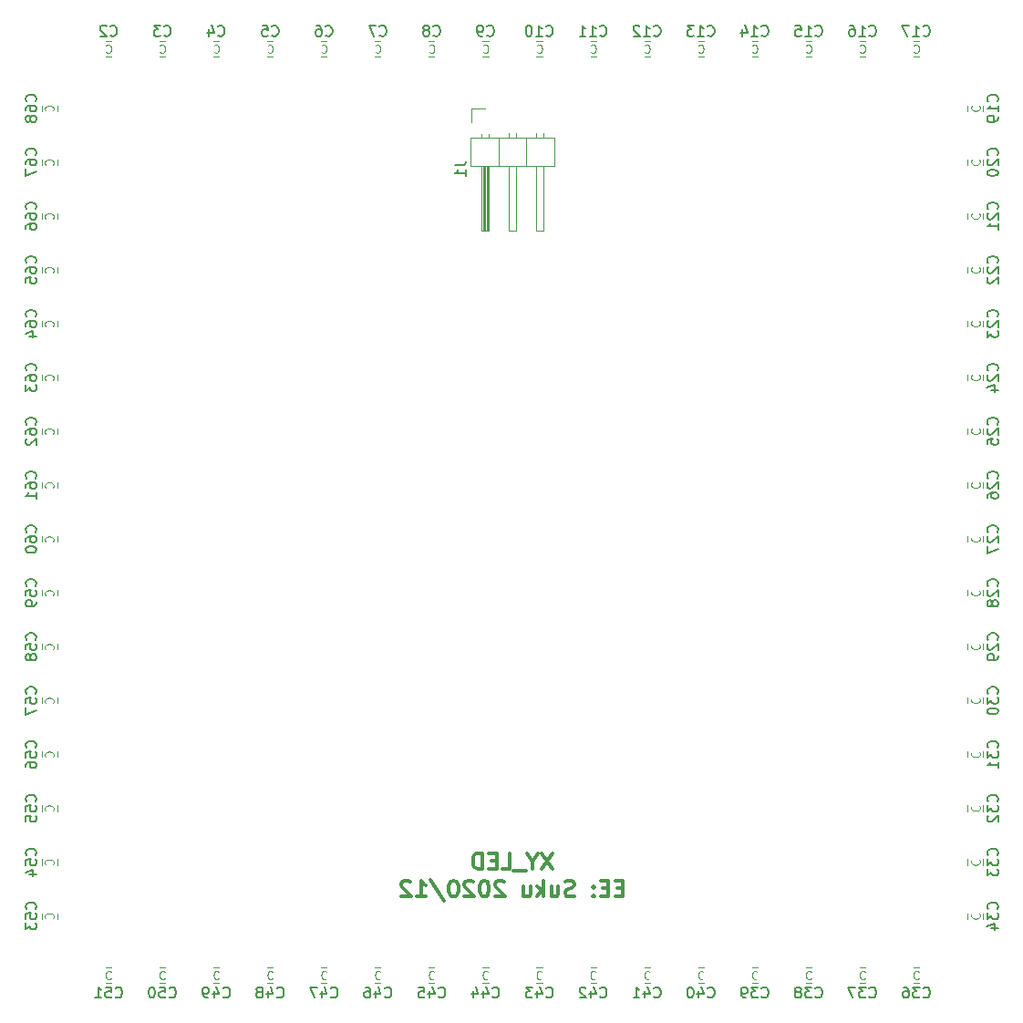
<source format=gbr>
G04 #@! TF.GenerationSoftware,KiCad,Pcbnew,(5.1.6)-1*
G04 #@! TF.CreationDate,2020-12-31T12:37:09+01:00*
G04 #@! TF.ProjectId,XY_LED,58595f4c-4544-42e6-9b69-6361645f7063,rev?*
G04 #@! TF.SameCoordinates,Original*
G04 #@! TF.FileFunction,Legend,Bot*
G04 #@! TF.FilePolarity,Positive*
%FSLAX46Y46*%
G04 Gerber Fmt 4.6, Leading zero omitted, Abs format (unit mm)*
G04 Created by KiCad (PCBNEW (5.1.6)-1) date 2020-12-31 12:37:09*
%MOMM*%
%LPD*%
G01*
G04 APERTURE LIST*
%ADD10C,0.300000*%
%ADD11C,0.120000*%
%ADD12C,0.150000*%
G04 APERTURE END LIST*
D10*
X103750000Y-131653571D02*
X102750000Y-133153571D01*
X102750000Y-131653571D02*
X103750000Y-133153571D01*
X101892857Y-132439285D02*
X101892857Y-133153571D01*
X102392857Y-131653571D02*
X101892857Y-132439285D01*
X101392857Y-131653571D01*
X101250000Y-133296428D02*
X100107142Y-133296428D01*
X99035714Y-133153571D02*
X99750000Y-133153571D01*
X99750000Y-131653571D01*
X98535714Y-132367857D02*
X98035714Y-132367857D01*
X97821428Y-133153571D02*
X98535714Y-133153571D01*
X98535714Y-131653571D01*
X97821428Y-131653571D01*
X97178571Y-133153571D02*
X97178571Y-131653571D01*
X96821428Y-131653571D01*
X96607142Y-131725000D01*
X96464285Y-131867857D01*
X96392857Y-132010714D01*
X96321428Y-132296428D01*
X96321428Y-132510714D01*
X96392857Y-132796428D01*
X96464285Y-132939285D01*
X96607142Y-133082142D01*
X96821428Y-133153571D01*
X97178571Y-133153571D01*
X110250000Y-134917857D02*
X109750000Y-134917857D01*
X109535714Y-135703571D02*
X110250000Y-135703571D01*
X110250000Y-134203571D01*
X109535714Y-134203571D01*
X108892857Y-134917857D02*
X108392857Y-134917857D01*
X108178571Y-135703571D02*
X108892857Y-135703571D01*
X108892857Y-134203571D01*
X108178571Y-134203571D01*
X107535714Y-135560714D02*
X107464285Y-135632142D01*
X107535714Y-135703571D01*
X107607142Y-135632142D01*
X107535714Y-135560714D01*
X107535714Y-135703571D01*
X107535714Y-134775000D02*
X107464285Y-134846428D01*
X107535714Y-134917857D01*
X107607142Y-134846428D01*
X107535714Y-134775000D01*
X107535714Y-134917857D01*
X105750000Y-135632142D02*
X105535714Y-135703571D01*
X105178571Y-135703571D01*
X105035714Y-135632142D01*
X104964285Y-135560714D01*
X104892857Y-135417857D01*
X104892857Y-135275000D01*
X104964285Y-135132142D01*
X105035714Y-135060714D01*
X105178571Y-134989285D01*
X105464285Y-134917857D01*
X105607142Y-134846428D01*
X105678571Y-134775000D01*
X105750000Y-134632142D01*
X105750000Y-134489285D01*
X105678571Y-134346428D01*
X105607142Y-134275000D01*
X105464285Y-134203571D01*
X105107142Y-134203571D01*
X104892857Y-134275000D01*
X103607142Y-134703571D02*
X103607142Y-135703571D01*
X104250000Y-134703571D02*
X104250000Y-135489285D01*
X104178571Y-135632142D01*
X104035714Y-135703571D01*
X103821428Y-135703571D01*
X103678571Y-135632142D01*
X103607142Y-135560714D01*
X102892857Y-135703571D02*
X102892857Y-134203571D01*
X102750000Y-135132142D02*
X102321428Y-135703571D01*
X102321428Y-134703571D02*
X102892857Y-135275000D01*
X101035714Y-134703571D02*
X101035714Y-135703571D01*
X101678571Y-134703571D02*
X101678571Y-135489285D01*
X101607142Y-135632142D01*
X101464285Y-135703571D01*
X101250000Y-135703571D01*
X101107142Y-135632142D01*
X101035714Y-135560714D01*
X99250000Y-134346428D02*
X99178571Y-134275000D01*
X99035714Y-134203571D01*
X98678571Y-134203571D01*
X98535714Y-134275000D01*
X98464285Y-134346428D01*
X98392857Y-134489285D01*
X98392857Y-134632142D01*
X98464285Y-134846428D01*
X99321428Y-135703571D01*
X98392857Y-135703571D01*
X97464285Y-134203571D02*
X97321428Y-134203571D01*
X97178571Y-134275000D01*
X97107142Y-134346428D01*
X97035714Y-134489285D01*
X96964285Y-134775000D01*
X96964285Y-135132142D01*
X97035714Y-135417857D01*
X97107142Y-135560714D01*
X97178571Y-135632142D01*
X97321428Y-135703571D01*
X97464285Y-135703571D01*
X97607142Y-135632142D01*
X97678571Y-135560714D01*
X97750000Y-135417857D01*
X97821428Y-135132142D01*
X97821428Y-134775000D01*
X97750000Y-134489285D01*
X97678571Y-134346428D01*
X97607142Y-134275000D01*
X97464285Y-134203571D01*
X96392857Y-134346428D02*
X96321428Y-134275000D01*
X96178571Y-134203571D01*
X95821428Y-134203571D01*
X95678571Y-134275000D01*
X95607142Y-134346428D01*
X95535714Y-134489285D01*
X95535714Y-134632142D01*
X95607142Y-134846428D01*
X96464285Y-135703571D01*
X95535714Y-135703571D01*
X94607142Y-134203571D02*
X94464285Y-134203571D01*
X94321428Y-134275000D01*
X94250000Y-134346428D01*
X94178571Y-134489285D01*
X94107142Y-134775000D01*
X94107142Y-135132142D01*
X94178571Y-135417857D01*
X94250000Y-135560714D01*
X94321428Y-135632142D01*
X94464285Y-135703571D01*
X94607142Y-135703571D01*
X94750000Y-135632142D01*
X94821428Y-135560714D01*
X94892857Y-135417857D01*
X94964285Y-135132142D01*
X94964285Y-134775000D01*
X94892857Y-134489285D01*
X94821428Y-134346428D01*
X94750000Y-134275000D01*
X94607142Y-134203571D01*
X92392857Y-134132142D02*
X93678571Y-136060714D01*
X91107142Y-135703571D02*
X91964285Y-135703571D01*
X91535714Y-135703571D02*
X91535714Y-134203571D01*
X91678571Y-134417857D01*
X91821428Y-134560714D01*
X91964285Y-134632142D01*
X90535714Y-134346428D02*
X90464285Y-134275000D01*
X90321428Y-134203571D01*
X89964285Y-134203571D01*
X89821428Y-134275000D01*
X89750000Y-134346428D01*
X89678571Y-134489285D01*
X89678571Y-134632142D01*
X89750000Y-134846428D01*
X90607142Y-135703571D01*
X89678571Y-135703571D01*
D11*
X96190000Y-62480000D02*
X96190000Y-63750000D01*
X97460000Y-62480000D02*
X96190000Y-62480000D01*
X102920000Y-64792929D02*
X102920000Y-65190000D01*
X102160000Y-64792929D02*
X102160000Y-65190000D01*
X102920000Y-73850000D02*
X102920000Y-67850000D01*
X102160000Y-73850000D02*
X102920000Y-73850000D01*
X102160000Y-67850000D02*
X102160000Y-73850000D01*
X101270000Y-65190000D02*
X101270000Y-67850000D01*
X100380000Y-64792929D02*
X100380000Y-65190000D01*
X99620000Y-64792929D02*
X99620000Y-65190000D01*
X100380000Y-73850000D02*
X100380000Y-67850000D01*
X99620000Y-73850000D02*
X100380000Y-73850000D01*
X99620000Y-67850000D02*
X99620000Y-73850000D01*
X98730000Y-65190000D02*
X98730000Y-67850000D01*
X97840000Y-64860000D02*
X97840000Y-65190000D01*
X97080000Y-64860000D02*
X97080000Y-65190000D01*
X97740000Y-67850000D02*
X97740000Y-73850000D01*
X97620000Y-67850000D02*
X97620000Y-73850000D01*
X97500000Y-67850000D02*
X97500000Y-73850000D01*
X97380000Y-67850000D02*
X97380000Y-73850000D01*
X97260000Y-67850000D02*
X97260000Y-73850000D01*
X97140000Y-67850000D02*
X97140000Y-73850000D01*
X97840000Y-73850000D02*
X97840000Y-67850000D01*
X97080000Y-73850000D02*
X97840000Y-73850000D01*
X97080000Y-67850000D02*
X97080000Y-73850000D01*
X96130000Y-67850000D02*
X96130000Y-65190000D01*
X103870000Y-67850000D02*
X96130000Y-67850000D01*
X103870000Y-65190000D02*
X103870000Y-67850000D01*
X96130000Y-65190000D02*
X103870000Y-65190000D01*
X56290000Y-62241422D02*
X56290000Y-62758578D01*
X57710000Y-62241422D02*
X57710000Y-62758578D01*
X56669800Y-62728600D02*
X56593600Y-62601600D01*
X56593600Y-62601600D02*
X56593600Y-62449200D01*
X56593600Y-62449200D02*
X56695200Y-62322200D01*
X56695200Y-62322200D02*
X56847600Y-62271400D01*
X56847600Y-62271400D02*
X56974600Y-62246000D01*
X57304800Y-62728600D02*
X57381000Y-62601600D01*
X57381000Y-62601600D02*
X57381000Y-62449200D01*
X57381000Y-62449200D02*
X57279400Y-62322200D01*
X57279400Y-62322200D02*
X57127000Y-62271400D01*
X57127000Y-62271400D02*
X57000000Y-62246000D01*
X56290000Y-67241422D02*
X56290000Y-67758578D01*
X57710000Y-67241422D02*
X57710000Y-67758578D01*
X56669800Y-67728600D02*
X56593600Y-67601600D01*
X56593600Y-67601600D02*
X56593600Y-67449200D01*
X56593600Y-67449200D02*
X56695200Y-67322200D01*
X56695200Y-67322200D02*
X56847600Y-67271400D01*
X56847600Y-67271400D02*
X56974600Y-67246000D01*
X57304800Y-67728600D02*
X57381000Y-67601600D01*
X57381000Y-67601600D02*
X57381000Y-67449200D01*
X57381000Y-67449200D02*
X57279400Y-67322200D01*
X57279400Y-67322200D02*
X57127000Y-67271400D01*
X57127000Y-67271400D02*
X57000000Y-67246000D01*
X56290000Y-72241422D02*
X56290000Y-72758578D01*
X57710000Y-72241422D02*
X57710000Y-72758578D01*
X56669800Y-72728600D02*
X56593600Y-72601600D01*
X56593600Y-72601600D02*
X56593600Y-72449200D01*
X56593600Y-72449200D02*
X56695200Y-72322200D01*
X56695200Y-72322200D02*
X56847600Y-72271400D01*
X56847600Y-72271400D02*
X56974600Y-72246000D01*
X57304800Y-72728600D02*
X57381000Y-72601600D01*
X57381000Y-72601600D02*
X57381000Y-72449200D01*
X57381000Y-72449200D02*
X57279400Y-72322200D01*
X57279400Y-72322200D02*
X57127000Y-72271400D01*
X57127000Y-72271400D02*
X57000000Y-72246000D01*
X56290000Y-77241422D02*
X56290000Y-77758578D01*
X57710000Y-77241422D02*
X57710000Y-77758578D01*
X56669800Y-77728600D02*
X56593600Y-77601600D01*
X56593600Y-77601600D02*
X56593600Y-77449200D01*
X56593600Y-77449200D02*
X56695200Y-77322200D01*
X56695200Y-77322200D02*
X56847600Y-77271400D01*
X56847600Y-77271400D02*
X56974600Y-77246000D01*
X57304800Y-77728600D02*
X57381000Y-77601600D01*
X57381000Y-77601600D02*
X57381000Y-77449200D01*
X57381000Y-77449200D02*
X57279400Y-77322200D01*
X57279400Y-77322200D02*
X57127000Y-77271400D01*
X57127000Y-77271400D02*
X57000000Y-77246000D01*
X56290000Y-82241422D02*
X56290000Y-82758578D01*
X57710000Y-82241422D02*
X57710000Y-82758578D01*
X56669800Y-82728600D02*
X56593600Y-82601600D01*
X56593600Y-82601600D02*
X56593600Y-82449200D01*
X56593600Y-82449200D02*
X56695200Y-82322200D01*
X56695200Y-82322200D02*
X56847600Y-82271400D01*
X56847600Y-82271400D02*
X56974600Y-82246000D01*
X57304800Y-82728600D02*
X57381000Y-82601600D01*
X57381000Y-82601600D02*
X57381000Y-82449200D01*
X57381000Y-82449200D02*
X57279400Y-82322200D01*
X57279400Y-82322200D02*
X57127000Y-82271400D01*
X57127000Y-82271400D02*
X57000000Y-82246000D01*
X56290000Y-87241422D02*
X56290000Y-87758578D01*
X57710000Y-87241422D02*
X57710000Y-87758578D01*
X56669800Y-87728600D02*
X56593600Y-87601600D01*
X56593600Y-87601600D02*
X56593600Y-87449200D01*
X56593600Y-87449200D02*
X56695200Y-87322200D01*
X56695200Y-87322200D02*
X56847600Y-87271400D01*
X56847600Y-87271400D02*
X56974600Y-87246000D01*
X57304800Y-87728600D02*
X57381000Y-87601600D01*
X57381000Y-87601600D02*
X57381000Y-87449200D01*
X57381000Y-87449200D02*
X57279400Y-87322200D01*
X57279400Y-87322200D02*
X57127000Y-87271400D01*
X57127000Y-87271400D02*
X57000000Y-87246000D01*
X56290000Y-92241422D02*
X56290000Y-92758578D01*
X57710000Y-92241422D02*
X57710000Y-92758578D01*
X56669800Y-92728600D02*
X56593600Y-92601600D01*
X56593600Y-92601600D02*
X56593600Y-92449200D01*
X56593600Y-92449200D02*
X56695200Y-92322200D01*
X56695200Y-92322200D02*
X56847600Y-92271400D01*
X56847600Y-92271400D02*
X56974600Y-92246000D01*
X57304800Y-92728600D02*
X57381000Y-92601600D01*
X57381000Y-92601600D02*
X57381000Y-92449200D01*
X57381000Y-92449200D02*
X57279400Y-92322200D01*
X57279400Y-92322200D02*
X57127000Y-92271400D01*
X57127000Y-92271400D02*
X57000000Y-92246000D01*
X56290000Y-97241422D02*
X56290000Y-97758578D01*
X57710000Y-97241422D02*
X57710000Y-97758578D01*
X56669800Y-97728600D02*
X56593600Y-97601600D01*
X56593600Y-97601600D02*
X56593600Y-97449200D01*
X56593600Y-97449200D02*
X56695200Y-97322200D01*
X56695200Y-97322200D02*
X56847600Y-97271400D01*
X56847600Y-97271400D02*
X56974600Y-97246000D01*
X57304800Y-97728600D02*
X57381000Y-97601600D01*
X57381000Y-97601600D02*
X57381000Y-97449200D01*
X57381000Y-97449200D02*
X57279400Y-97322200D01*
X57279400Y-97322200D02*
X57127000Y-97271400D01*
X57127000Y-97271400D02*
X57000000Y-97246000D01*
X56290000Y-102241422D02*
X56290000Y-102758578D01*
X57710000Y-102241422D02*
X57710000Y-102758578D01*
X56669800Y-102728600D02*
X56593600Y-102601600D01*
X56593600Y-102601600D02*
X56593600Y-102449200D01*
X56593600Y-102449200D02*
X56695200Y-102322200D01*
X56695200Y-102322200D02*
X56847600Y-102271400D01*
X56847600Y-102271400D02*
X56974600Y-102246000D01*
X57304800Y-102728600D02*
X57381000Y-102601600D01*
X57381000Y-102601600D02*
X57381000Y-102449200D01*
X57381000Y-102449200D02*
X57279400Y-102322200D01*
X57279400Y-102322200D02*
X57127000Y-102271400D01*
X57127000Y-102271400D02*
X57000000Y-102246000D01*
X56290000Y-107241422D02*
X56290000Y-107758578D01*
X57710000Y-107241422D02*
X57710000Y-107758578D01*
X56669800Y-107728600D02*
X56593600Y-107601600D01*
X56593600Y-107601600D02*
X56593600Y-107449200D01*
X56593600Y-107449200D02*
X56695200Y-107322200D01*
X56695200Y-107322200D02*
X56847600Y-107271400D01*
X56847600Y-107271400D02*
X56974600Y-107246000D01*
X57304800Y-107728600D02*
X57381000Y-107601600D01*
X57381000Y-107601600D02*
X57381000Y-107449200D01*
X57381000Y-107449200D02*
X57279400Y-107322200D01*
X57279400Y-107322200D02*
X57127000Y-107271400D01*
X57127000Y-107271400D02*
X57000000Y-107246000D01*
X56290000Y-112241422D02*
X56290000Y-112758578D01*
X57710000Y-112241422D02*
X57710000Y-112758578D01*
X56669800Y-112728600D02*
X56593600Y-112601600D01*
X56593600Y-112601600D02*
X56593600Y-112449200D01*
X56593600Y-112449200D02*
X56695200Y-112322200D01*
X56695200Y-112322200D02*
X56847600Y-112271400D01*
X56847600Y-112271400D02*
X56974600Y-112246000D01*
X57304800Y-112728600D02*
X57381000Y-112601600D01*
X57381000Y-112601600D02*
X57381000Y-112449200D01*
X57381000Y-112449200D02*
X57279400Y-112322200D01*
X57279400Y-112322200D02*
X57127000Y-112271400D01*
X57127000Y-112271400D02*
X57000000Y-112246000D01*
X56290000Y-117241422D02*
X56290000Y-117758578D01*
X57710000Y-117241422D02*
X57710000Y-117758578D01*
X56669800Y-117728600D02*
X56593600Y-117601600D01*
X56593600Y-117601600D02*
X56593600Y-117449200D01*
X56593600Y-117449200D02*
X56695200Y-117322200D01*
X56695200Y-117322200D02*
X56847600Y-117271400D01*
X56847600Y-117271400D02*
X56974600Y-117246000D01*
X57304800Y-117728600D02*
X57381000Y-117601600D01*
X57381000Y-117601600D02*
X57381000Y-117449200D01*
X57381000Y-117449200D02*
X57279400Y-117322200D01*
X57279400Y-117322200D02*
X57127000Y-117271400D01*
X57127000Y-117271400D02*
X57000000Y-117246000D01*
X56290000Y-122241422D02*
X56290000Y-122758578D01*
X57710000Y-122241422D02*
X57710000Y-122758578D01*
X56669800Y-122728600D02*
X56593600Y-122601600D01*
X56593600Y-122601600D02*
X56593600Y-122449200D01*
X56593600Y-122449200D02*
X56695200Y-122322200D01*
X56695200Y-122322200D02*
X56847600Y-122271400D01*
X56847600Y-122271400D02*
X56974600Y-122246000D01*
X57304800Y-122728600D02*
X57381000Y-122601600D01*
X57381000Y-122601600D02*
X57381000Y-122449200D01*
X57381000Y-122449200D02*
X57279400Y-122322200D01*
X57279400Y-122322200D02*
X57127000Y-122271400D01*
X57127000Y-122271400D02*
X57000000Y-122246000D01*
X56290000Y-127241422D02*
X56290000Y-127758578D01*
X57710000Y-127241422D02*
X57710000Y-127758578D01*
X56669800Y-127728600D02*
X56593600Y-127601600D01*
X56593600Y-127601600D02*
X56593600Y-127449200D01*
X56593600Y-127449200D02*
X56695200Y-127322200D01*
X56695200Y-127322200D02*
X56847600Y-127271400D01*
X56847600Y-127271400D02*
X56974600Y-127246000D01*
X57304800Y-127728600D02*
X57381000Y-127601600D01*
X57381000Y-127601600D02*
X57381000Y-127449200D01*
X57381000Y-127449200D02*
X57279400Y-127322200D01*
X57279400Y-127322200D02*
X57127000Y-127271400D01*
X57127000Y-127271400D02*
X57000000Y-127246000D01*
X56290000Y-132241422D02*
X56290000Y-132758578D01*
X57710000Y-132241422D02*
X57710000Y-132758578D01*
X56669800Y-132728600D02*
X56593600Y-132601600D01*
X56593600Y-132601600D02*
X56593600Y-132449200D01*
X56593600Y-132449200D02*
X56695200Y-132322200D01*
X56695200Y-132322200D02*
X56847600Y-132271400D01*
X56847600Y-132271400D02*
X56974600Y-132246000D01*
X57304800Y-132728600D02*
X57381000Y-132601600D01*
X57381000Y-132601600D02*
X57381000Y-132449200D01*
X57381000Y-132449200D02*
X57279400Y-132322200D01*
X57279400Y-132322200D02*
X57127000Y-132271400D01*
X57127000Y-132271400D02*
X57000000Y-132246000D01*
X56290000Y-137241422D02*
X56290000Y-137758578D01*
X57710000Y-137241422D02*
X57710000Y-137758578D01*
X56669800Y-137728600D02*
X56593600Y-137601600D01*
X56593600Y-137601600D02*
X56593600Y-137449200D01*
X56593600Y-137449200D02*
X56695200Y-137322200D01*
X56695200Y-137322200D02*
X56847600Y-137271400D01*
X56847600Y-137271400D02*
X56974600Y-137246000D01*
X57304800Y-137728600D02*
X57381000Y-137601600D01*
X57381000Y-137601600D02*
X57381000Y-137449200D01*
X57381000Y-137449200D02*
X57279400Y-137322200D01*
X57279400Y-137322200D02*
X57127000Y-137271400D01*
X57127000Y-137271400D02*
X57000000Y-137246000D01*
X62241422Y-143710000D02*
X62758578Y-143710000D01*
X62241422Y-142290000D02*
X62758578Y-142290000D01*
X62728600Y-143330200D02*
X62601600Y-143406400D01*
X62601600Y-143406400D02*
X62449200Y-143406400D01*
X62449200Y-143406400D02*
X62322200Y-143304800D01*
X62322200Y-143304800D02*
X62271400Y-143152400D01*
X62271400Y-143152400D02*
X62246000Y-143025400D01*
X62728600Y-142695200D02*
X62601600Y-142619000D01*
X62601600Y-142619000D02*
X62449200Y-142619000D01*
X62449200Y-142619000D02*
X62322200Y-142720600D01*
X62322200Y-142720600D02*
X62271400Y-142873000D01*
X62271400Y-142873000D02*
X62246000Y-143000000D01*
X67241422Y-143710000D02*
X67758578Y-143710000D01*
X67241422Y-142290000D02*
X67758578Y-142290000D01*
X67728600Y-143330200D02*
X67601600Y-143406400D01*
X67601600Y-143406400D02*
X67449200Y-143406400D01*
X67449200Y-143406400D02*
X67322200Y-143304800D01*
X67322200Y-143304800D02*
X67271400Y-143152400D01*
X67271400Y-143152400D02*
X67246000Y-143025400D01*
X67728600Y-142695200D02*
X67601600Y-142619000D01*
X67601600Y-142619000D02*
X67449200Y-142619000D01*
X67449200Y-142619000D02*
X67322200Y-142720600D01*
X67322200Y-142720600D02*
X67271400Y-142873000D01*
X67271400Y-142873000D02*
X67246000Y-143000000D01*
X72241422Y-143710000D02*
X72758578Y-143710000D01*
X72241422Y-142290000D02*
X72758578Y-142290000D01*
X72728600Y-143330200D02*
X72601600Y-143406400D01*
X72601600Y-143406400D02*
X72449200Y-143406400D01*
X72449200Y-143406400D02*
X72322200Y-143304800D01*
X72322200Y-143304800D02*
X72271400Y-143152400D01*
X72271400Y-143152400D02*
X72246000Y-143025400D01*
X72728600Y-142695200D02*
X72601600Y-142619000D01*
X72601600Y-142619000D02*
X72449200Y-142619000D01*
X72449200Y-142619000D02*
X72322200Y-142720600D01*
X72322200Y-142720600D02*
X72271400Y-142873000D01*
X72271400Y-142873000D02*
X72246000Y-143000000D01*
X77241422Y-143710000D02*
X77758578Y-143710000D01*
X77241422Y-142290000D02*
X77758578Y-142290000D01*
X77728600Y-143330200D02*
X77601600Y-143406400D01*
X77601600Y-143406400D02*
X77449200Y-143406400D01*
X77449200Y-143406400D02*
X77322200Y-143304800D01*
X77322200Y-143304800D02*
X77271400Y-143152400D01*
X77271400Y-143152400D02*
X77246000Y-143025400D01*
X77728600Y-142695200D02*
X77601600Y-142619000D01*
X77601600Y-142619000D02*
X77449200Y-142619000D01*
X77449200Y-142619000D02*
X77322200Y-142720600D01*
X77322200Y-142720600D02*
X77271400Y-142873000D01*
X77271400Y-142873000D02*
X77246000Y-143000000D01*
X82241422Y-143710000D02*
X82758578Y-143710000D01*
X82241422Y-142290000D02*
X82758578Y-142290000D01*
X82728600Y-143330200D02*
X82601600Y-143406400D01*
X82601600Y-143406400D02*
X82449200Y-143406400D01*
X82449200Y-143406400D02*
X82322200Y-143304800D01*
X82322200Y-143304800D02*
X82271400Y-143152400D01*
X82271400Y-143152400D02*
X82246000Y-143025400D01*
X82728600Y-142695200D02*
X82601600Y-142619000D01*
X82601600Y-142619000D02*
X82449200Y-142619000D01*
X82449200Y-142619000D02*
X82322200Y-142720600D01*
X82322200Y-142720600D02*
X82271400Y-142873000D01*
X82271400Y-142873000D02*
X82246000Y-143000000D01*
X87241422Y-143710000D02*
X87758578Y-143710000D01*
X87241422Y-142290000D02*
X87758578Y-142290000D01*
X87728600Y-143330200D02*
X87601600Y-143406400D01*
X87601600Y-143406400D02*
X87449200Y-143406400D01*
X87449200Y-143406400D02*
X87322200Y-143304800D01*
X87322200Y-143304800D02*
X87271400Y-143152400D01*
X87271400Y-143152400D02*
X87246000Y-143025400D01*
X87728600Y-142695200D02*
X87601600Y-142619000D01*
X87601600Y-142619000D02*
X87449200Y-142619000D01*
X87449200Y-142619000D02*
X87322200Y-142720600D01*
X87322200Y-142720600D02*
X87271400Y-142873000D01*
X87271400Y-142873000D02*
X87246000Y-143000000D01*
X92241422Y-143710000D02*
X92758578Y-143710000D01*
X92241422Y-142290000D02*
X92758578Y-142290000D01*
X92728600Y-143330200D02*
X92601600Y-143406400D01*
X92601600Y-143406400D02*
X92449200Y-143406400D01*
X92449200Y-143406400D02*
X92322200Y-143304800D01*
X92322200Y-143304800D02*
X92271400Y-143152400D01*
X92271400Y-143152400D02*
X92246000Y-143025400D01*
X92728600Y-142695200D02*
X92601600Y-142619000D01*
X92601600Y-142619000D02*
X92449200Y-142619000D01*
X92449200Y-142619000D02*
X92322200Y-142720600D01*
X92322200Y-142720600D02*
X92271400Y-142873000D01*
X92271400Y-142873000D02*
X92246000Y-143000000D01*
X97241422Y-143710000D02*
X97758578Y-143710000D01*
X97241422Y-142290000D02*
X97758578Y-142290000D01*
X97728600Y-143330200D02*
X97601600Y-143406400D01*
X97601600Y-143406400D02*
X97449200Y-143406400D01*
X97449200Y-143406400D02*
X97322200Y-143304800D01*
X97322200Y-143304800D02*
X97271400Y-143152400D01*
X97271400Y-143152400D02*
X97246000Y-143025400D01*
X97728600Y-142695200D02*
X97601600Y-142619000D01*
X97601600Y-142619000D02*
X97449200Y-142619000D01*
X97449200Y-142619000D02*
X97322200Y-142720600D01*
X97322200Y-142720600D02*
X97271400Y-142873000D01*
X97271400Y-142873000D02*
X97246000Y-143000000D01*
X102241422Y-143710000D02*
X102758578Y-143710000D01*
X102241422Y-142290000D02*
X102758578Y-142290000D01*
X102728600Y-143330200D02*
X102601600Y-143406400D01*
X102601600Y-143406400D02*
X102449200Y-143406400D01*
X102449200Y-143406400D02*
X102322200Y-143304800D01*
X102322200Y-143304800D02*
X102271400Y-143152400D01*
X102271400Y-143152400D02*
X102246000Y-143025400D01*
X102728600Y-142695200D02*
X102601600Y-142619000D01*
X102601600Y-142619000D02*
X102449200Y-142619000D01*
X102449200Y-142619000D02*
X102322200Y-142720600D01*
X102322200Y-142720600D02*
X102271400Y-142873000D01*
X102271400Y-142873000D02*
X102246000Y-143000000D01*
X107241422Y-143710000D02*
X107758578Y-143710000D01*
X107241422Y-142290000D02*
X107758578Y-142290000D01*
X107728600Y-143330200D02*
X107601600Y-143406400D01*
X107601600Y-143406400D02*
X107449200Y-143406400D01*
X107449200Y-143406400D02*
X107322200Y-143304800D01*
X107322200Y-143304800D02*
X107271400Y-143152400D01*
X107271400Y-143152400D02*
X107246000Y-143025400D01*
X107728600Y-142695200D02*
X107601600Y-142619000D01*
X107601600Y-142619000D02*
X107449200Y-142619000D01*
X107449200Y-142619000D02*
X107322200Y-142720600D01*
X107322200Y-142720600D02*
X107271400Y-142873000D01*
X107271400Y-142873000D02*
X107246000Y-143000000D01*
X112241422Y-143710000D02*
X112758578Y-143710000D01*
X112241422Y-142290000D02*
X112758578Y-142290000D01*
X112728600Y-143330200D02*
X112601600Y-143406400D01*
X112601600Y-143406400D02*
X112449200Y-143406400D01*
X112449200Y-143406400D02*
X112322200Y-143304800D01*
X112322200Y-143304800D02*
X112271400Y-143152400D01*
X112271400Y-143152400D02*
X112246000Y-143025400D01*
X112728600Y-142695200D02*
X112601600Y-142619000D01*
X112601600Y-142619000D02*
X112449200Y-142619000D01*
X112449200Y-142619000D02*
X112322200Y-142720600D01*
X112322200Y-142720600D02*
X112271400Y-142873000D01*
X112271400Y-142873000D02*
X112246000Y-143000000D01*
X117241422Y-143710000D02*
X117758578Y-143710000D01*
X117241422Y-142290000D02*
X117758578Y-142290000D01*
X117728600Y-143330200D02*
X117601600Y-143406400D01*
X117601600Y-143406400D02*
X117449200Y-143406400D01*
X117449200Y-143406400D02*
X117322200Y-143304800D01*
X117322200Y-143304800D02*
X117271400Y-143152400D01*
X117271400Y-143152400D02*
X117246000Y-143025400D01*
X117728600Y-142695200D02*
X117601600Y-142619000D01*
X117601600Y-142619000D02*
X117449200Y-142619000D01*
X117449200Y-142619000D02*
X117322200Y-142720600D01*
X117322200Y-142720600D02*
X117271400Y-142873000D01*
X117271400Y-142873000D02*
X117246000Y-143000000D01*
X122241422Y-143710000D02*
X122758578Y-143710000D01*
X122241422Y-142290000D02*
X122758578Y-142290000D01*
X122728600Y-143330200D02*
X122601600Y-143406400D01*
X122601600Y-143406400D02*
X122449200Y-143406400D01*
X122449200Y-143406400D02*
X122322200Y-143304800D01*
X122322200Y-143304800D02*
X122271400Y-143152400D01*
X122271400Y-143152400D02*
X122246000Y-143025400D01*
X122728600Y-142695200D02*
X122601600Y-142619000D01*
X122601600Y-142619000D02*
X122449200Y-142619000D01*
X122449200Y-142619000D02*
X122322200Y-142720600D01*
X122322200Y-142720600D02*
X122271400Y-142873000D01*
X122271400Y-142873000D02*
X122246000Y-143000000D01*
X127241422Y-143710000D02*
X127758578Y-143710000D01*
X127241422Y-142290000D02*
X127758578Y-142290000D01*
X127728600Y-143330200D02*
X127601600Y-143406400D01*
X127601600Y-143406400D02*
X127449200Y-143406400D01*
X127449200Y-143406400D02*
X127322200Y-143304800D01*
X127322200Y-143304800D02*
X127271400Y-143152400D01*
X127271400Y-143152400D02*
X127246000Y-143025400D01*
X127728600Y-142695200D02*
X127601600Y-142619000D01*
X127601600Y-142619000D02*
X127449200Y-142619000D01*
X127449200Y-142619000D02*
X127322200Y-142720600D01*
X127322200Y-142720600D02*
X127271400Y-142873000D01*
X127271400Y-142873000D02*
X127246000Y-143000000D01*
X132241422Y-143710000D02*
X132758578Y-143710000D01*
X132241422Y-142290000D02*
X132758578Y-142290000D01*
X132728600Y-143330200D02*
X132601600Y-143406400D01*
X132601600Y-143406400D02*
X132449200Y-143406400D01*
X132449200Y-143406400D02*
X132322200Y-143304800D01*
X132322200Y-143304800D02*
X132271400Y-143152400D01*
X132271400Y-143152400D02*
X132246000Y-143025400D01*
X132728600Y-142695200D02*
X132601600Y-142619000D01*
X132601600Y-142619000D02*
X132449200Y-142619000D01*
X132449200Y-142619000D02*
X132322200Y-142720600D01*
X132322200Y-142720600D02*
X132271400Y-142873000D01*
X132271400Y-142873000D02*
X132246000Y-143000000D01*
X137241422Y-143710000D02*
X137758578Y-143710000D01*
X137241422Y-142290000D02*
X137758578Y-142290000D01*
X137728600Y-143330200D02*
X137601600Y-143406400D01*
X137601600Y-143406400D02*
X137449200Y-143406400D01*
X137449200Y-143406400D02*
X137322200Y-143304800D01*
X137322200Y-143304800D02*
X137271400Y-143152400D01*
X137271400Y-143152400D02*
X137246000Y-143025400D01*
X137728600Y-142695200D02*
X137601600Y-142619000D01*
X137601600Y-142619000D02*
X137449200Y-142619000D01*
X137449200Y-142619000D02*
X137322200Y-142720600D01*
X137322200Y-142720600D02*
X137271400Y-142873000D01*
X137271400Y-142873000D02*
X137246000Y-143000000D01*
X143710000Y-137758578D02*
X143710000Y-137241422D01*
X142290000Y-137758578D02*
X142290000Y-137241422D01*
X143330200Y-137271400D02*
X143406400Y-137398400D01*
X143406400Y-137398400D02*
X143406400Y-137550800D01*
X143406400Y-137550800D02*
X143304800Y-137677800D01*
X143304800Y-137677800D02*
X143152400Y-137728600D01*
X143152400Y-137728600D02*
X143025400Y-137754000D01*
X142695200Y-137271400D02*
X142619000Y-137398400D01*
X142619000Y-137398400D02*
X142619000Y-137550800D01*
X142619000Y-137550800D02*
X142720600Y-137677800D01*
X142720600Y-137677800D02*
X142873000Y-137728600D01*
X142873000Y-137728600D02*
X143000000Y-137754000D01*
X143710000Y-132758578D02*
X143710000Y-132241422D01*
X142290000Y-132758578D02*
X142290000Y-132241422D01*
X143330200Y-132271400D02*
X143406400Y-132398400D01*
X143406400Y-132398400D02*
X143406400Y-132550800D01*
X143406400Y-132550800D02*
X143304800Y-132677800D01*
X143304800Y-132677800D02*
X143152400Y-132728600D01*
X143152400Y-132728600D02*
X143025400Y-132754000D01*
X142695200Y-132271400D02*
X142619000Y-132398400D01*
X142619000Y-132398400D02*
X142619000Y-132550800D01*
X142619000Y-132550800D02*
X142720600Y-132677800D01*
X142720600Y-132677800D02*
X142873000Y-132728600D01*
X142873000Y-132728600D02*
X143000000Y-132754000D01*
X143710000Y-127758578D02*
X143710000Y-127241422D01*
X142290000Y-127758578D02*
X142290000Y-127241422D01*
X143330200Y-127271400D02*
X143406400Y-127398400D01*
X143406400Y-127398400D02*
X143406400Y-127550800D01*
X143406400Y-127550800D02*
X143304800Y-127677800D01*
X143304800Y-127677800D02*
X143152400Y-127728600D01*
X143152400Y-127728600D02*
X143025400Y-127754000D01*
X142695200Y-127271400D02*
X142619000Y-127398400D01*
X142619000Y-127398400D02*
X142619000Y-127550800D01*
X142619000Y-127550800D02*
X142720600Y-127677800D01*
X142720600Y-127677800D02*
X142873000Y-127728600D01*
X142873000Y-127728600D02*
X143000000Y-127754000D01*
X143710000Y-122758578D02*
X143710000Y-122241422D01*
X142290000Y-122758578D02*
X142290000Y-122241422D01*
X143330200Y-122271400D02*
X143406400Y-122398400D01*
X143406400Y-122398400D02*
X143406400Y-122550800D01*
X143406400Y-122550800D02*
X143304800Y-122677800D01*
X143304800Y-122677800D02*
X143152400Y-122728600D01*
X143152400Y-122728600D02*
X143025400Y-122754000D01*
X142695200Y-122271400D02*
X142619000Y-122398400D01*
X142619000Y-122398400D02*
X142619000Y-122550800D01*
X142619000Y-122550800D02*
X142720600Y-122677800D01*
X142720600Y-122677800D02*
X142873000Y-122728600D01*
X142873000Y-122728600D02*
X143000000Y-122754000D01*
X143710000Y-117758578D02*
X143710000Y-117241422D01*
X142290000Y-117758578D02*
X142290000Y-117241422D01*
X143330200Y-117271400D02*
X143406400Y-117398400D01*
X143406400Y-117398400D02*
X143406400Y-117550800D01*
X143406400Y-117550800D02*
X143304800Y-117677800D01*
X143304800Y-117677800D02*
X143152400Y-117728600D01*
X143152400Y-117728600D02*
X143025400Y-117754000D01*
X142695200Y-117271400D02*
X142619000Y-117398400D01*
X142619000Y-117398400D02*
X142619000Y-117550800D01*
X142619000Y-117550800D02*
X142720600Y-117677800D01*
X142720600Y-117677800D02*
X142873000Y-117728600D01*
X142873000Y-117728600D02*
X143000000Y-117754000D01*
X143710000Y-112758578D02*
X143710000Y-112241422D01*
X142290000Y-112758578D02*
X142290000Y-112241422D01*
X143330200Y-112271400D02*
X143406400Y-112398400D01*
X143406400Y-112398400D02*
X143406400Y-112550800D01*
X143406400Y-112550800D02*
X143304800Y-112677800D01*
X143304800Y-112677800D02*
X143152400Y-112728600D01*
X143152400Y-112728600D02*
X143025400Y-112754000D01*
X142695200Y-112271400D02*
X142619000Y-112398400D01*
X142619000Y-112398400D02*
X142619000Y-112550800D01*
X142619000Y-112550800D02*
X142720600Y-112677800D01*
X142720600Y-112677800D02*
X142873000Y-112728600D01*
X142873000Y-112728600D02*
X143000000Y-112754000D01*
X143710000Y-107758578D02*
X143710000Y-107241422D01*
X142290000Y-107758578D02*
X142290000Y-107241422D01*
X143330200Y-107271400D02*
X143406400Y-107398400D01*
X143406400Y-107398400D02*
X143406400Y-107550800D01*
X143406400Y-107550800D02*
X143304800Y-107677800D01*
X143304800Y-107677800D02*
X143152400Y-107728600D01*
X143152400Y-107728600D02*
X143025400Y-107754000D01*
X142695200Y-107271400D02*
X142619000Y-107398400D01*
X142619000Y-107398400D02*
X142619000Y-107550800D01*
X142619000Y-107550800D02*
X142720600Y-107677800D01*
X142720600Y-107677800D02*
X142873000Y-107728600D01*
X142873000Y-107728600D02*
X143000000Y-107754000D01*
X143710000Y-102758578D02*
X143710000Y-102241422D01*
X142290000Y-102758578D02*
X142290000Y-102241422D01*
X143330200Y-102271400D02*
X143406400Y-102398400D01*
X143406400Y-102398400D02*
X143406400Y-102550800D01*
X143406400Y-102550800D02*
X143304800Y-102677800D01*
X143304800Y-102677800D02*
X143152400Y-102728600D01*
X143152400Y-102728600D02*
X143025400Y-102754000D01*
X142695200Y-102271400D02*
X142619000Y-102398400D01*
X142619000Y-102398400D02*
X142619000Y-102550800D01*
X142619000Y-102550800D02*
X142720600Y-102677800D01*
X142720600Y-102677800D02*
X142873000Y-102728600D01*
X142873000Y-102728600D02*
X143000000Y-102754000D01*
X143710000Y-97758578D02*
X143710000Y-97241422D01*
X142290000Y-97758578D02*
X142290000Y-97241422D01*
X143330200Y-97271400D02*
X143406400Y-97398400D01*
X143406400Y-97398400D02*
X143406400Y-97550800D01*
X143406400Y-97550800D02*
X143304800Y-97677800D01*
X143304800Y-97677800D02*
X143152400Y-97728600D01*
X143152400Y-97728600D02*
X143025400Y-97754000D01*
X142695200Y-97271400D02*
X142619000Y-97398400D01*
X142619000Y-97398400D02*
X142619000Y-97550800D01*
X142619000Y-97550800D02*
X142720600Y-97677800D01*
X142720600Y-97677800D02*
X142873000Y-97728600D01*
X142873000Y-97728600D02*
X143000000Y-97754000D01*
X143710000Y-92758578D02*
X143710000Y-92241422D01*
X142290000Y-92758578D02*
X142290000Y-92241422D01*
X143330200Y-92271400D02*
X143406400Y-92398400D01*
X143406400Y-92398400D02*
X143406400Y-92550800D01*
X143406400Y-92550800D02*
X143304800Y-92677800D01*
X143304800Y-92677800D02*
X143152400Y-92728600D01*
X143152400Y-92728600D02*
X143025400Y-92754000D01*
X142695200Y-92271400D02*
X142619000Y-92398400D01*
X142619000Y-92398400D02*
X142619000Y-92550800D01*
X142619000Y-92550800D02*
X142720600Y-92677800D01*
X142720600Y-92677800D02*
X142873000Y-92728600D01*
X142873000Y-92728600D02*
X143000000Y-92754000D01*
X143710000Y-87758578D02*
X143710000Y-87241422D01*
X142290000Y-87758578D02*
X142290000Y-87241422D01*
X143330200Y-87271400D02*
X143406400Y-87398400D01*
X143406400Y-87398400D02*
X143406400Y-87550800D01*
X143406400Y-87550800D02*
X143304800Y-87677800D01*
X143304800Y-87677800D02*
X143152400Y-87728600D01*
X143152400Y-87728600D02*
X143025400Y-87754000D01*
X142695200Y-87271400D02*
X142619000Y-87398400D01*
X142619000Y-87398400D02*
X142619000Y-87550800D01*
X142619000Y-87550800D02*
X142720600Y-87677800D01*
X142720600Y-87677800D02*
X142873000Y-87728600D01*
X142873000Y-87728600D02*
X143000000Y-87754000D01*
X143710000Y-82758578D02*
X143710000Y-82241422D01*
X142290000Y-82758578D02*
X142290000Y-82241422D01*
X143330200Y-82271400D02*
X143406400Y-82398400D01*
X143406400Y-82398400D02*
X143406400Y-82550800D01*
X143406400Y-82550800D02*
X143304800Y-82677800D01*
X143304800Y-82677800D02*
X143152400Y-82728600D01*
X143152400Y-82728600D02*
X143025400Y-82754000D01*
X142695200Y-82271400D02*
X142619000Y-82398400D01*
X142619000Y-82398400D02*
X142619000Y-82550800D01*
X142619000Y-82550800D02*
X142720600Y-82677800D01*
X142720600Y-82677800D02*
X142873000Y-82728600D01*
X142873000Y-82728600D02*
X143000000Y-82754000D01*
X143710000Y-77758578D02*
X143710000Y-77241422D01*
X142290000Y-77758578D02*
X142290000Y-77241422D01*
X143330200Y-77271400D02*
X143406400Y-77398400D01*
X143406400Y-77398400D02*
X143406400Y-77550800D01*
X143406400Y-77550800D02*
X143304800Y-77677800D01*
X143304800Y-77677800D02*
X143152400Y-77728600D01*
X143152400Y-77728600D02*
X143025400Y-77754000D01*
X142695200Y-77271400D02*
X142619000Y-77398400D01*
X142619000Y-77398400D02*
X142619000Y-77550800D01*
X142619000Y-77550800D02*
X142720600Y-77677800D01*
X142720600Y-77677800D02*
X142873000Y-77728600D01*
X142873000Y-77728600D02*
X143000000Y-77754000D01*
X143710000Y-72758578D02*
X143710000Y-72241422D01*
X142290000Y-72758578D02*
X142290000Y-72241422D01*
X143330200Y-72271400D02*
X143406400Y-72398400D01*
X143406400Y-72398400D02*
X143406400Y-72550800D01*
X143406400Y-72550800D02*
X143304800Y-72677800D01*
X143304800Y-72677800D02*
X143152400Y-72728600D01*
X143152400Y-72728600D02*
X143025400Y-72754000D01*
X142695200Y-72271400D02*
X142619000Y-72398400D01*
X142619000Y-72398400D02*
X142619000Y-72550800D01*
X142619000Y-72550800D02*
X142720600Y-72677800D01*
X142720600Y-72677800D02*
X142873000Y-72728600D01*
X142873000Y-72728600D02*
X143000000Y-72754000D01*
X143710000Y-67758578D02*
X143710000Y-67241422D01*
X142290000Y-67758578D02*
X142290000Y-67241422D01*
X143330200Y-67271400D02*
X143406400Y-67398400D01*
X143406400Y-67398400D02*
X143406400Y-67550800D01*
X143406400Y-67550800D02*
X143304800Y-67677800D01*
X143304800Y-67677800D02*
X143152400Y-67728600D01*
X143152400Y-67728600D02*
X143025400Y-67754000D01*
X142695200Y-67271400D02*
X142619000Y-67398400D01*
X142619000Y-67398400D02*
X142619000Y-67550800D01*
X142619000Y-67550800D02*
X142720600Y-67677800D01*
X142720600Y-67677800D02*
X142873000Y-67728600D01*
X142873000Y-67728600D02*
X143000000Y-67754000D01*
X143710000Y-62758578D02*
X143710000Y-62241422D01*
X142290000Y-62758578D02*
X142290000Y-62241422D01*
X143330200Y-62271400D02*
X143406400Y-62398400D01*
X143406400Y-62398400D02*
X143406400Y-62550800D01*
X143406400Y-62550800D02*
X143304800Y-62677800D01*
X143304800Y-62677800D02*
X143152400Y-62728600D01*
X143152400Y-62728600D02*
X143025400Y-62754000D01*
X142695200Y-62271400D02*
X142619000Y-62398400D01*
X142619000Y-62398400D02*
X142619000Y-62550800D01*
X142619000Y-62550800D02*
X142720600Y-62677800D01*
X142720600Y-62677800D02*
X142873000Y-62728600D01*
X142873000Y-62728600D02*
X143000000Y-62754000D01*
X137758578Y-56290000D02*
X137241422Y-56290000D01*
X137758578Y-57710000D02*
X137241422Y-57710000D01*
X137271400Y-56669800D02*
X137398400Y-56593600D01*
X137398400Y-56593600D02*
X137550800Y-56593600D01*
X137550800Y-56593600D02*
X137677800Y-56695200D01*
X137677800Y-56695200D02*
X137728600Y-56847600D01*
X137728600Y-56847600D02*
X137754000Y-56974600D01*
X137271400Y-57304800D02*
X137398400Y-57381000D01*
X137398400Y-57381000D02*
X137550800Y-57381000D01*
X137550800Y-57381000D02*
X137677800Y-57279400D01*
X137677800Y-57279400D02*
X137728600Y-57127000D01*
X137728600Y-57127000D02*
X137754000Y-57000000D01*
X132758578Y-56290000D02*
X132241422Y-56290000D01*
X132758578Y-57710000D02*
X132241422Y-57710000D01*
X132271400Y-56669800D02*
X132398400Y-56593600D01*
X132398400Y-56593600D02*
X132550800Y-56593600D01*
X132550800Y-56593600D02*
X132677800Y-56695200D01*
X132677800Y-56695200D02*
X132728600Y-56847600D01*
X132728600Y-56847600D02*
X132754000Y-56974600D01*
X132271400Y-57304800D02*
X132398400Y-57381000D01*
X132398400Y-57381000D02*
X132550800Y-57381000D01*
X132550800Y-57381000D02*
X132677800Y-57279400D01*
X132677800Y-57279400D02*
X132728600Y-57127000D01*
X132728600Y-57127000D02*
X132754000Y-57000000D01*
X127758578Y-56290000D02*
X127241422Y-56290000D01*
X127758578Y-57710000D02*
X127241422Y-57710000D01*
X127271400Y-56669800D02*
X127398400Y-56593600D01*
X127398400Y-56593600D02*
X127550800Y-56593600D01*
X127550800Y-56593600D02*
X127677800Y-56695200D01*
X127677800Y-56695200D02*
X127728600Y-56847600D01*
X127728600Y-56847600D02*
X127754000Y-56974600D01*
X127271400Y-57304800D02*
X127398400Y-57381000D01*
X127398400Y-57381000D02*
X127550800Y-57381000D01*
X127550800Y-57381000D02*
X127677800Y-57279400D01*
X127677800Y-57279400D02*
X127728600Y-57127000D01*
X127728600Y-57127000D02*
X127754000Y-57000000D01*
X122758578Y-56290000D02*
X122241422Y-56290000D01*
X122758578Y-57710000D02*
X122241422Y-57710000D01*
X122271400Y-56669800D02*
X122398400Y-56593600D01*
X122398400Y-56593600D02*
X122550800Y-56593600D01*
X122550800Y-56593600D02*
X122677800Y-56695200D01*
X122677800Y-56695200D02*
X122728600Y-56847600D01*
X122728600Y-56847600D02*
X122754000Y-56974600D01*
X122271400Y-57304800D02*
X122398400Y-57381000D01*
X122398400Y-57381000D02*
X122550800Y-57381000D01*
X122550800Y-57381000D02*
X122677800Y-57279400D01*
X122677800Y-57279400D02*
X122728600Y-57127000D01*
X122728600Y-57127000D02*
X122754000Y-57000000D01*
X117758578Y-56290000D02*
X117241422Y-56290000D01*
X117758578Y-57710000D02*
X117241422Y-57710000D01*
X117271400Y-56669800D02*
X117398400Y-56593600D01*
X117398400Y-56593600D02*
X117550800Y-56593600D01*
X117550800Y-56593600D02*
X117677800Y-56695200D01*
X117677800Y-56695200D02*
X117728600Y-56847600D01*
X117728600Y-56847600D02*
X117754000Y-56974600D01*
X117271400Y-57304800D02*
X117398400Y-57381000D01*
X117398400Y-57381000D02*
X117550800Y-57381000D01*
X117550800Y-57381000D02*
X117677800Y-57279400D01*
X117677800Y-57279400D02*
X117728600Y-57127000D01*
X117728600Y-57127000D02*
X117754000Y-57000000D01*
X112758578Y-56290000D02*
X112241422Y-56290000D01*
X112758578Y-57710000D02*
X112241422Y-57710000D01*
X112271400Y-56669800D02*
X112398400Y-56593600D01*
X112398400Y-56593600D02*
X112550800Y-56593600D01*
X112550800Y-56593600D02*
X112677800Y-56695200D01*
X112677800Y-56695200D02*
X112728600Y-56847600D01*
X112728600Y-56847600D02*
X112754000Y-56974600D01*
X112271400Y-57304800D02*
X112398400Y-57381000D01*
X112398400Y-57381000D02*
X112550800Y-57381000D01*
X112550800Y-57381000D02*
X112677800Y-57279400D01*
X112677800Y-57279400D02*
X112728600Y-57127000D01*
X112728600Y-57127000D02*
X112754000Y-57000000D01*
X107758578Y-56290000D02*
X107241422Y-56290000D01*
X107758578Y-57710000D02*
X107241422Y-57710000D01*
X107271400Y-56669800D02*
X107398400Y-56593600D01*
X107398400Y-56593600D02*
X107550800Y-56593600D01*
X107550800Y-56593600D02*
X107677800Y-56695200D01*
X107677800Y-56695200D02*
X107728600Y-56847600D01*
X107728600Y-56847600D02*
X107754000Y-56974600D01*
X107271400Y-57304800D02*
X107398400Y-57381000D01*
X107398400Y-57381000D02*
X107550800Y-57381000D01*
X107550800Y-57381000D02*
X107677800Y-57279400D01*
X107677800Y-57279400D02*
X107728600Y-57127000D01*
X107728600Y-57127000D02*
X107754000Y-57000000D01*
X102758578Y-56290000D02*
X102241422Y-56290000D01*
X102758578Y-57710000D02*
X102241422Y-57710000D01*
X102271400Y-56669800D02*
X102398400Y-56593600D01*
X102398400Y-56593600D02*
X102550800Y-56593600D01*
X102550800Y-56593600D02*
X102677800Y-56695200D01*
X102677800Y-56695200D02*
X102728600Y-56847600D01*
X102728600Y-56847600D02*
X102754000Y-56974600D01*
X102271400Y-57304800D02*
X102398400Y-57381000D01*
X102398400Y-57381000D02*
X102550800Y-57381000D01*
X102550800Y-57381000D02*
X102677800Y-57279400D01*
X102677800Y-57279400D02*
X102728600Y-57127000D01*
X102728600Y-57127000D02*
X102754000Y-57000000D01*
X97758578Y-56290000D02*
X97241422Y-56290000D01*
X97758578Y-57710000D02*
X97241422Y-57710000D01*
X97271400Y-56669800D02*
X97398400Y-56593600D01*
X97398400Y-56593600D02*
X97550800Y-56593600D01*
X97550800Y-56593600D02*
X97677800Y-56695200D01*
X97677800Y-56695200D02*
X97728600Y-56847600D01*
X97728600Y-56847600D02*
X97754000Y-56974600D01*
X97271400Y-57304800D02*
X97398400Y-57381000D01*
X97398400Y-57381000D02*
X97550800Y-57381000D01*
X97550800Y-57381000D02*
X97677800Y-57279400D01*
X97677800Y-57279400D02*
X97728600Y-57127000D01*
X97728600Y-57127000D02*
X97754000Y-57000000D01*
X92758578Y-56290000D02*
X92241422Y-56290000D01*
X92758578Y-57710000D02*
X92241422Y-57710000D01*
X92271400Y-56669800D02*
X92398400Y-56593600D01*
X92398400Y-56593600D02*
X92550800Y-56593600D01*
X92550800Y-56593600D02*
X92677800Y-56695200D01*
X92677800Y-56695200D02*
X92728600Y-56847600D01*
X92728600Y-56847600D02*
X92754000Y-56974600D01*
X92271400Y-57304800D02*
X92398400Y-57381000D01*
X92398400Y-57381000D02*
X92550800Y-57381000D01*
X92550800Y-57381000D02*
X92677800Y-57279400D01*
X92677800Y-57279400D02*
X92728600Y-57127000D01*
X92728600Y-57127000D02*
X92754000Y-57000000D01*
X87758578Y-56290000D02*
X87241422Y-56290000D01*
X87758578Y-57710000D02*
X87241422Y-57710000D01*
X87271400Y-56669800D02*
X87398400Y-56593600D01*
X87398400Y-56593600D02*
X87550800Y-56593600D01*
X87550800Y-56593600D02*
X87677800Y-56695200D01*
X87677800Y-56695200D02*
X87728600Y-56847600D01*
X87728600Y-56847600D02*
X87754000Y-56974600D01*
X87271400Y-57304800D02*
X87398400Y-57381000D01*
X87398400Y-57381000D02*
X87550800Y-57381000D01*
X87550800Y-57381000D02*
X87677800Y-57279400D01*
X87677800Y-57279400D02*
X87728600Y-57127000D01*
X87728600Y-57127000D02*
X87754000Y-57000000D01*
X82758578Y-56290000D02*
X82241422Y-56290000D01*
X82758578Y-57710000D02*
X82241422Y-57710000D01*
X82271400Y-56669800D02*
X82398400Y-56593600D01*
X82398400Y-56593600D02*
X82550800Y-56593600D01*
X82550800Y-56593600D02*
X82677800Y-56695200D01*
X82677800Y-56695200D02*
X82728600Y-56847600D01*
X82728600Y-56847600D02*
X82754000Y-56974600D01*
X82271400Y-57304800D02*
X82398400Y-57381000D01*
X82398400Y-57381000D02*
X82550800Y-57381000D01*
X82550800Y-57381000D02*
X82677800Y-57279400D01*
X82677800Y-57279400D02*
X82728600Y-57127000D01*
X82728600Y-57127000D02*
X82754000Y-57000000D01*
X77758578Y-56290000D02*
X77241422Y-56290000D01*
X77758578Y-57710000D02*
X77241422Y-57710000D01*
X77271400Y-56669800D02*
X77398400Y-56593600D01*
X77398400Y-56593600D02*
X77550800Y-56593600D01*
X77550800Y-56593600D02*
X77677800Y-56695200D01*
X77677800Y-56695200D02*
X77728600Y-56847600D01*
X77728600Y-56847600D02*
X77754000Y-56974600D01*
X77271400Y-57304800D02*
X77398400Y-57381000D01*
X77398400Y-57381000D02*
X77550800Y-57381000D01*
X77550800Y-57381000D02*
X77677800Y-57279400D01*
X77677800Y-57279400D02*
X77728600Y-57127000D01*
X77728600Y-57127000D02*
X77754000Y-57000000D01*
X72758578Y-56290000D02*
X72241422Y-56290000D01*
X72758578Y-57710000D02*
X72241422Y-57710000D01*
X72271400Y-56669800D02*
X72398400Y-56593600D01*
X72398400Y-56593600D02*
X72550800Y-56593600D01*
X72550800Y-56593600D02*
X72677800Y-56695200D01*
X72677800Y-56695200D02*
X72728600Y-56847600D01*
X72728600Y-56847600D02*
X72754000Y-56974600D01*
X72271400Y-57304800D02*
X72398400Y-57381000D01*
X72398400Y-57381000D02*
X72550800Y-57381000D01*
X72550800Y-57381000D02*
X72677800Y-57279400D01*
X72677800Y-57279400D02*
X72728600Y-57127000D01*
X72728600Y-57127000D02*
X72754000Y-57000000D01*
X67758578Y-56290000D02*
X67241422Y-56290000D01*
X67758578Y-57710000D02*
X67241422Y-57710000D01*
X67271400Y-56669800D02*
X67398400Y-56593600D01*
X67398400Y-56593600D02*
X67550800Y-56593600D01*
X67550800Y-56593600D02*
X67677800Y-56695200D01*
X67677800Y-56695200D02*
X67728600Y-56847600D01*
X67728600Y-56847600D02*
X67754000Y-56974600D01*
X67271400Y-57304800D02*
X67398400Y-57381000D01*
X67398400Y-57381000D02*
X67550800Y-57381000D01*
X67550800Y-57381000D02*
X67677800Y-57279400D01*
X67677800Y-57279400D02*
X67728600Y-57127000D01*
X67728600Y-57127000D02*
X67754000Y-57000000D01*
X62758578Y-56290000D02*
X62241422Y-56290000D01*
X62758578Y-57710000D02*
X62241422Y-57710000D01*
X62271400Y-56669800D02*
X62398400Y-56593600D01*
X62398400Y-56593600D02*
X62550800Y-56593600D01*
X62550800Y-56593600D02*
X62677800Y-56695200D01*
X62677800Y-56695200D02*
X62728600Y-56847600D01*
X62728600Y-56847600D02*
X62754000Y-56974600D01*
X62271400Y-57304800D02*
X62398400Y-57381000D01*
X62398400Y-57381000D02*
X62550800Y-57381000D01*
X62550800Y-57381000D02*
X62677800Y-57279400D01*
X62677800Y-57279400D02*
X62728600Y-57127000D01*
X62728600Y-57127000D02*
X62754000Y-57000000D01*
D12*
X94642380Y-67801666D02*
X95356666Y-67801666D01*
X95499523Y-67754047D01*
X95594761Y-67658809D01*
X95642380Y-67515952D01*
X95642380Y-67420714D01*
X95642380Y-68801666D02*
X95642380Y-68230238D01*
X95642380Y-68515952D02*
X94642380Y-68515952D01*
X94785238Y-68420714D01*
X94880476Y-68325476D01*
X94928095Y-68230238D01*
X55707142Y-61857142D02*
X55754761Y-61809523D01*
X55802380Y-61666666D01*
X55802380Y-61571428D01*
X55754761Y-61428571D01*
X55659523Y-61333333D01*
X55564285Y-61285714D01*
X55373809Y-61238095D01*
X55230952Y-61238095D01*
X55040476Y-61285714D01*
X54945238Y-61333333D01*
X54850000Y-61428571D01*
X54802380Y-61571428D01*
X54802380Y-61666666D01*
X54850000Y-61809523D01*
X54897619Y-61857142D01*
X54802380Y-62714285D02*
X54802380Y-62523809D01*
X54850000Y-62428571D01*
X54897619Y-62380952D01*
X55040476Y-62285714D01*
X55230952Y-62238095D01*
X55611904Y-62238095D01*
X55707142Y-62285714D01*
X55754761Y-62333333D01*
X55802380Y-62428571D01*
X55802380Y-62619047D01*
X55754761Y-62714285D01*
X55707142Y-62761904D01*
X55611904Y-62809523D01*
X55373809Y-62809523D01*
X55278571Y-62761904D01*
X55230952Y-62714285D01*
X55183333Y-62619047D01*
X55183333Y-62428571D01*
X55230952Y-62333333D01*
X55278571Y-62285714D01*
X55373809Y-62238095D01*
X55230952Y-63380952D02*
X55183333Y-63285714D01*
X55135714Y-63238095D01*
X55040476Y-63190476D01*
X54992857Y-63190476D01*
X54897619Y-63238095D01*
X54850000Y-63285714D01*
X54802380Y-63380952D01*
X54802380Y-63571428D01*
X54850000Y-63666666D01*
X54897619Y-63714285D01*
X54992857Y-63761904D01*
X55040476Y-63761904D01*
X55135714Y-63714285D01*
X55183333Y-63666666D01*
X55230952Y-63571428D01*
X55230952Y-63380952D01*
X55278571Y-63285714D01*
X55326190Y-63238095D01*
X55421428Y-63190476D01*
X55611904Y-63190476D01*
X55707142Y-63238095D01*
X55754761Y-63285714D01*
X55802380Y-63380952D01*
X55802380Y-63571428D01*
X55754761Y-63666666D01*
X55707142Y-63714285D01*
X55611904Y-63761904D01*
X55421428Y-63761904D01*
X55326190Y-63714285D01*
X55278571Y-63666666D01*
X55230952Y-63571428D01*
X55707142Y-66857142D02*
X55754761Y-66809523D01*
X55802380Y-66666666D01*
X55802380Y-66571428D01*
X55754761Y-66428571D01*
X55659523Y-66333333D01*
X55564285Y-66285714D01*
X55373809Y-66238095D01*
X55230952Y-66238095D01*
X55040476Y-66285714D01*
X54945238Y-66333333D01*
X54850000Y-66428571D01*
X54802380Y-66571428D01*
X54802380Y-66666666D01*
X54850000Y-66809523D01*
X54897619Y-66857142D01*
X54802380Y-67714285D02*
X54802380Y-67523809D01*
X54850000Y-67428571D01*
X54897619Y-67380952D01*
X55040476Y-67285714D01*
X55230952Y-67238095D01*
X55611904Y-67238095D01*
X55707142Y-67285714D01*
X55754761Y-67333333D01*
X55802380Y-67428571D01*
X55802380Y-67619047D01*
X55754761Y-67714285D01*
X55707142Y-67761904D01*
X55611904Y-67809523D01*
X55373809Y-67809523D01*
X55278571Y-67761904D01*
X55230952Y-67714285D01*
X55183333Y-67619047D01*
X55183333Y-67428571D01*
X55230952Y-67333333D01*
X55278571Y-67285714D01*
X55373809Y-67238095D01*
X54802380Y-68142857D02*
X54802380Y-68809523D01*
X55802380Y-68380952D01*
X55707142Y-71857142D02*
X55754761Y-71809523D01*
X55802380Y-71666666D01*
X55802380Y-71571428D01*
X55754761Y-71428571D01*
X55659523Y-71333333D01*
X55564285Y-71285714D01*
X55373809Y-71238095D01*
X55230952Y-71238095D01*
X55040476Y-71285714D01*
X54945238Y-71333333D01*
X54850000Y-71428571D01*
X54802380Y-71571428D01*
X54802380Y-71666666D01*
X54850000Y-71809523D01*
X54897619Y-71857142D01*
X54802380Y-72714285D02*
X54802380Y-72523809D01*
X54850000Y-72428571D01*
X54897619Y-72380952D01*
X55040476Y-72285714D01*
X55230952Y-72238095D01*
X55611904Y-72238095D01*
X55707142Y-72285714D01*
X55754761Y-72333333D01*
X55802380Y-72428571D01*
X55802380Y-72619047D01*
X55754761Y-72714285D01*
X55707142Y-72761904D01*
X55611904Y-72809523D01*
X55373809Y-72809523D01*
X55278571Y-72761904D01*
X55230952Y-72714285D01*
X55183333Y-72619047D01*
X55183333Y-72428571D01*
X55230952Y-72333333D01*
X55278571Y-72285714D01*
X55373809Y-72238095D01*
X54802380Y-73666666D02*
X54802380Y-73476190D01*
X54850000Y-73380952D01*
X54897619Y-73333333D01*
X55040476Y-73238095D01*
X55230952Y-73190476D01*
X55611904Y-73190476D01*
X55707142Y-73238095D01*
X55754761Y-73285714D01*
X55802380Y-73380952D01*
X55802380Y-73571428D01*
X55754761Y-73666666D01*
X55707142Y-73714285D01*
X55611904Y-73761904D01*
X55373809Y-73761904D01*
X55278571Y-73714285D01*
X55230952Y-73666666D01*
X55183333Y-73571428D01*
X55183333Y-73380952D01*
X55230952Y-73285714D01*
X55278571Y-73238095D01*
X55373809Y-73190476D01*
X55707142Y-76857142D02*
X55754761Y-76809523D01*
X55802380Y-76666666D01*
X55802380Y-76571428D01*
X55754761Y-76428571D01*
X55659523Y-76333333D01*
X55564285Y-76285714D01*
X55373809Y-76238095D01*
X55230952Y-76238095D01*
X55040476Y-76285714D01*
X54945238Y-76333333D01*
X54850000Y-76428571D01*
X54802380Y-76571428D01*
X54802380Y-76666666D01*
X54850000Y-76809523D01*
X54897619Y-76857142D01*
X54802380Y-77714285D02*
X54802380Y-77523809D01*
X54850000Y-77428571D01*
X54897619Y-77380952D01*
X55040476Y-77285714D01*
X55230952Y-77238095D01*
X55611904Y-77238095D01*
X55707142Y-77285714D01*
X55754761Y-77333333D01*
X55802380Y-77428571D01*
X55802380Y-77619047D01*
X55754761Y-77714285D01*
X55707142Y-77761904D01*
X55611904Y-77809523D01*
X55373809Y-77809523D01*
X55278571Y-77761904D01*
X55230952Y-77714285D01*
X55183333Y-77619047D01*
X55183333Y-77428571D01*
X55230952Y-77333333D01*
X55278571Y-77285714D01*
X55373809Y-77238095D01*
X54802380Y-78714285D02*
X54802380Y-78238095D01*
X55278571Y-78190476D01*
X55230952Y-78238095D01*
X55183333Y-78333333D01*
X55183333Y-78571428D01*
X55230952Y-78666666D01*
X55278571Y-78714285D01*
X55373809Y-78761904D01*
X55611904Y-78761904D01*
X55707142Y-78714285D01*
X55754761Y-78666666D01*
X55802380Y-78571428D01*
X55802380Y-78333333D01*
X55754761Y-78238095D01*
X55707142Y-78190476D01*
X55707142Y-81857142D02*
X55754761Y-81809523D01*
X55802380Y-81666666D01*
X55802380Y-81571428D01*
X55754761Y-81428571D01*
X55659523Y-81333333D01*
X55564285Y-81285714D01*
X55373809Y-81238095D01*
X55230952Y-81238095D01*
X55040476Y-81285714D01*
X54945238Y-81333333D01*
X54850000Y-81428571D01*
X54802380Y-81571428D01*
X54802380Y-81666666D01*
X54850000Y-81809523D01*
X54897619Y-81857142D01*
X54802380Y-82714285D02*
X54802380Y-82523809D01*
X54850000Y-82428571D01*
X54897619Y-82380952D01*
X55040476Y-82285714D01*
X55230952Y-82238095D01*
X55611904Y-82238095D01*
X55707142Y-82285714D01*
X55754761Y-82333333D01*
X55802380Y-82428571D01*
X55802380Y-82619047D01*
X55754761Y-82714285D01*
X55707142Y-82761904D01*
X55611904Y-82809523D01*
X55373809Y-82809523D01*
X55278571Y-82761904D01*
X55230952Y-82714285D01*
X55183333Y-82619047D01*
X55183333Y-82428571D01*
X55230952Y-82333333D01*
X55278571Y-82285714D01*
X55373809Y-82238095D01*
X55135714Y-83666666D02*
X55802380Y-83666666D01*
X54754761Y-83428571D02*
X55469047Y-83190476D01*
X55469047Y-83809523D01*
X55707142Y-86857142D02*
X55754761Y-86809523D01*
X55802380Y-86666666D01*
X55802380Y-86571428D01*
X55754761Y-86428571D01*
X55659523Y-86333333D01*
X55564285Y-86285714D01*
X55373809Y-86238095D01*
X55230952Y-86238095D01*
X55040476Y-86285714D01*
X54945238Y-86333333D01*
X54850000Y-86428571D01*
X54802380Y-86571428D01*
X54802380Y-86666666D01*
X54850000Y-86809523D01*
X54897619Y-86857142D01*
X54802380Y-87714285D02*
X54802380Y-87523809D01*
X54850000Y-87428571D01*
X54897619Y-87380952D01*
X55040476Y-87285714D01*
X55230952Y-87238095D01*
X55611904Y-87238095D01*
X55707142Y-87285714D01*
X55754761Y-87333333D01*
X55802380Y-87428571D01*
X55802380Y-87619047D01*
X55754761Y-87714285D01*
X55707142Y-87761904D01*
X55611904Y-87809523D01*
X55373809Y-87809523D01*
X55278571Y-87761904D01*
X55230952Y-87714285D01*
X55183333Y-87619047D01*
X55183333Y-87428571D01*
X55230952Y-87333333D01*
X55278571Y-87285714D01*
X55373809Y-87238095D01*
X54802380Y-88142857D02*
X54802380Y-88761904D01*
X55183333Y-88428571D01*
X55183333Y-88571428D01*
X55230952Y-88666666D01*
X55278571Y-88714285D01*
X55373809Y-88761904D01*
X55611904Y-88761904D01*
X55707142Y-88714285D01*
X55754761Y-88666666D01*
X55802380Y-88571428D01*
X55802380Y-88285714D01*
X55754761Y-88190476D01*
X55707142Y-88142857D01*
X55707142Y-91857142D02*
X55754761Y-91809523D01*
X55802380Y-91666666D01*
X55802380Y-91571428D01*
X55754761Y-91428571D01*
X55659523Y-91333333D01*
X55564285Y-91285714D01*
X55373809Y-91238095D01*
X55230952Y-91238095D01*
X55040476Y-91285714D01*
X54945238Y-91333333D01*
X54850000Y-91428571D01*
X54802380Y-91571428D01*
X54802380Y-91666666D01*
X54850000Y-91809523D01*
X54897619Y-91857142D01*
X54802380Y-92714285D02*
X54802380Y-92523809D01*
X54850000Y-92428571D01*
X54897619Y-92380952D01*
X55040476Y-92285714D01*
X55230952Y-92238095D01*
X55611904Y-92238095D01*
X55707142Y-92285714D01*
X55754761Y-92333333D01*
X55802380Y-92428571D01*
X55802380Y-92619047D01*
X55754761Y-92714285D01*
X55707142Y-92761904D01*
X55611904Y-92809523D01*
X55373809Y-92809523D01*
X55278571Y-92761904D01*
X55230952Y-92714285D01*
X55183333Y-92619047D01*
X55183333Y-92428571D01*
X55230952Y-92333333D01*
X55278571Y-92285714D01*
X55373809Y-92238095D01*
X54897619Y-93190476D02*
X54850000Y-93238095D01*
X54802380Y-93333333D01*
X54802380Y-93571428D01*
X54850000Y-93666666D01*
X54897619Y-93714285D01*
X54992857Y-93761904D01*
X55088095Y-93761904D01*
X55230952Y-93714285D01*
X55802380Y-93142857D01*
X55802380Y-93761904D01*
X55707142Y-96857142D02*
X55754761Y-96809523D01*
X55802380Y-96666666D01*
X55802380Y-96571428D01*
X55754761Y-96428571D01*
X55659523Y-96333333D01*
X55564285Y-96285714D01*
X55373809Y-96238095D01*
X55230952Y-96238095D01*
X55040476Y-96285714D01*
X54945238Y-96333333D01*
X54850000Y-96428571D01*
X54802380Y-96571428D01*
X54802380Y-96666666D01*
X54850000Y-96809523D01*
X54897619Y-96857142D01*
X54802380Y-97714285D02*
X54802380Y-97523809D01*
X54850000Y-97428571D01*
X54897619Y-97380952D01*
X55040476Y-97285714D01*
X55230952Y-97238095D01*
X55611904Y-97238095D01*
X55707142Y-97285714D01*
X55754761Y-97333333D01*
X55802380Y-97428571D01*
X55802380Y-97619047D01*
X55754761Y-97714285D01*
X55707142Y-97761904D01*
X55611904Y-97809523D01*
X55373809Y-97809523D01*
X55278571Y-97761904D01*
X55230952Y-97714285D01*
X55183333Y-97619047D01*
X55183333Y-97428571D01*
X55230952Y-97333333D01*
X55278571Y-97285714D01*
X55373809Y-97238095D01*
X55802380Y-98761904D02*
X55802380Y-98190476D01*
X55802380Y-98476190D02*
X54802380Y-98476190D01*
X54945238Y-98380952D01*
X55040476Y-98285714D01*
X55088095Y-98190476D01*
X55707142Y-101857142D02*
X55754761Y-101809523D01*
X55802380Y-101666666D01*
X55802380Y-101571428D01*
X55754761Y-101428571D01*
X55659523Y-101333333D01*
X55564285Y-101285714D01*
X55373809Y-101238095D01*
X55230952Y-101238095D01*
X55040476Y-101285714D01*
X54945238Y-101333333D01*
X54850000Y-101428571D01*
X54802380Y-101571428D01*
X54802380Y-101666666D01*
X54850000Y-101809523D01*
X54897619Y-101857142D01*
X54802380Y-102714285D02*
X54802380Y-102523809D01*
X54850000Y-102428571D01*
X54897619Y-102380952D01*
X55040476Y-102285714D01*
X55230952Y-102238095D01*
X55611904Y-102238095D01*
X55707142Y-102285714D01*
X55754761Y-102333333D01*
X55802380Y-102428571D01*
X55802380Y-102619047D01*
X55754761Y-102714285D01*
X55707142Y-102761904D01*
X55611904Y-102809523D01*
X55373809Y-102809523D01*
X55278571Y-102761904D01*
X55230952Y-102714285D01*
X55183333Y-102619047D01*
X55183333Y-102428571D01*
X55230952Y-102333333D01*
X55278571Y-102285714D01*
X55373809Y-102238095D01*
X54802380Y-103428571D02*
X54802380Y-103523809D01*
X54850000Y-103619047D01*
X54897619Y-103666666D01*
X54992857Y-103714285D01*
X55183333Y-103761904D01*
X55421428Y-103761904D01*
X55611904Y-103714285D01*
X55707142Y-103666666D01*
X55754761Y-103619047D01*
X55802380Y-103523809D01*
X55802380Y-103428571D01*
X55754761Y-103333333D01*
X55707142Y-103285714D01*
X55611904Y-103238095D01*
X55421428Y-103190476D01*
X55183333Y-103190476D01*
X54992857Y-103238095D01*
X54897619Y-103285714D01*
X54850000Y-103333333D01*
X54802380Y-103428571D01*
X55707142Y-106857142D02*
X55754761Y-106809523D01*
X55802380Y-106666666D01*
X55802380Y-106571428D01*
X55754761Y-106428571D01*
X55659523Y-106333333D01*
X55564285Y-106285714D01*
X55373809Y-106238095D01*
X55230952Y-106238095D01*
X55040476Y-106285714D01*
X54945238Y-106333333D01*
X54850000Y-106428571D01*
X54802380Y-106571428D01*
X54802380Y-106666666D01*
X54850000Y-106809523D01*
X54897619Y-106857142D01*
X54802380Y-107761904D02*
X54802380Y-107285714D01*
X55278571Y-107238095D01*
X55230952Y-107285714D01*
X55183333Y-107380952D01*
X55183333Y-107619047D01*
X55230952Y-107714285D01*
X55278571Y-107761904D01*
X55373809Y-107809523D01*
X55611904Y-107809523D01*
X55707142Y-107761904D01*
X55754761Y-107714285D01*
X55802380Y-107619047D01*
X55802380Y-107380952D01*
X55754761Y-107285714D01*
X55707142Y-107238095D01*
X55802380Y-108285714D02*
X55802380Y-108476190D01*
X55754761Y-108571428D01*
X55707142Y-108619047D01*
X55564285Y-108714285D01*
X55373809Y-108761904D01*
X54992857Y-108761904D01*
X54897619Y-108714285D01*
X54850000Y-108666666D01*
X54802380Y-108571428D01*
X54802380Y-108380952D01*
X54850000Y-108285714D01*
X54897619Y-108238095D01*
X54992857Y-108190476D01*
X55230952Y-108190476D01*
X55326190Y-108238095D01*
X55373809Y-108285714D01*
X55421428Y-108380952D01*
X55421428Y-108571428D01*
X55373809Y-108666666D01*
X55326190Y-108714285D01*
X55230952Y-108761904D01*
X55707142Y-111857142D02*
X55754761Y-111809523D01*
X55802380Y-111666666D01*
X55802380Y-111571428D01*
X55754761Y-111428571D01*
X55659523Y-111333333D01*
X55564285Y-111285714D01*
X55373809Y-111238095D01*
X55230952Y-111238095D01*
X55040476Y-111285714D01*
X54945238Y-111333333D01*
X54850000Y-111428571D01*
X54802380Y-111571428D01*
X54802380Y-111666666D01*
X54850000Y-111809523D01*
X54897619Y-111857142D01*
X54802380Y-112761904D02*
X54802380Y-112285714D01*
X55278571Y-112238095D01*
X55230952Y-112285714D01*
X55183333Y-112380952D01*
X55183333Y-112619047D01*
X55230952Y-112714285D01*
X55278571Y-112761904D01*
X55373809Y-112809523D01*
X55611904Y-112809523D01*
X55707142Y-112761904D01*
X55754761Y-112714285D01*
X55802380Y-112619047D01*
X55802380Y-112380952D01*
X55754761Y-112285714D01*
X55707142Y-112238095D01*
X55230952Y-113380952D02*
X55183333Y-113285714D01*
X55135714Y-113238095D01*
X55040476Y-113190476D01*
X54992857Y-113190476D01*
X54897619Y-113238095D01*
X54850000Y-113285714D01*
X54802380Y-113380952D01*
X54802380Y-113571428D01*
X54850000Y-113666666D01*
X54897619Y-113714285D01*
X54992857Y-113761904D01*
X55040476Y-113761904D01*
X55135714Y-113714285D01*
X55183333Y-113666666D01*
X55230952Y-113571428D01*
X55230952Y-113380952D01*
X55278571Y-113285714D01*
X55326190Y-113238095D01*
X55421428Y-113190476D01*
X55611904Y-113190476D01*
X55707142Y-113238095D01*
X55754761Y-113285714D01*
X55802380Y-113380952D01*
X55802380Y-113571428D01*
X55754761Y-113666666D01*
X55707142Y-113714285D01*
X55611904Y-113761904D01*
X55421428Y-113761904D01*
X55326190Y-113714285D01*
X55278571Y-113666666D01*
X55230952Y-113571428D01*
X55707142Y-116857142D02*
X55754761Y-116809523D01*
X55802380Y-116666666D01*
X55802380Y-116571428D01*
X55754761Y-116428571D01*
X55659523Y-116333333D01*
X55564285Y-116285714D01*
X55373809Y-116238095D01*
X55230952Y-116238095D01*
X55040476Y-116285714D01*
X54945238Y-116333333D01*
X54850000Y-116428571D01*
X54802380Y-116571428D01*
X54802380Y-116666666D01*
X54850000Y-116809523D01*
X54897619Y-116857142D01*
X54802380Y-117761904D02*
X54802380Y-117285714D01*
X55278571Y-117238095D01*
X55230952Y-117285714D01*
X55183333Y-117380952D01*
X55183333Y-117619047D01*
X55230952Y-117714285D01*
X55278571Y-117761904D01*
X55373809Y-117809523D01*
X55611904Y-117809523D01*
X55707142Y-117761904D01*
X55754761Y-117714285D01*
X55802380Y-117619047D01*
X55802380Y-117380952D01*
X55754761Y-117285714D01*
X55707142Y-117238095D01*
X54802380Y-118142857D02*
X54802380Y-118809523D01*
X55802380Y-118380952D01*
X55707142Y-121857142D02*
X55754761Y-121809523D01*
X55802380Y-121666666D01*
X55802380Y-121571428D01*
X55754761Y-121428571D01*
X55659523Y-121333333D01*
X55564285Y-121285714D01*
X55373809Y-121238095D01*
X55230952Y-121238095D01*
X55040476Y-121285714D01*
X54945238Y-121333333D01*
X54850000Y-121428571D01*
X54802380Y-121571428D01*
X54802380Y-121666666D01*
X54850000Y-121809523D01*
X54897619Y-121857142D01*
X54802380Y-122761904D02*
X54802380Y-122285714D01*
X55278571Y-122238095D01*
X55230952Y-122285714D01*
X55183333Y-122380952D01*
X55183333Y-122619047D01*
X55230952Y-122714285D01*
X55278571Y-122761904D01*
X55373809Y-122809523D01*
X55611904Y-122809523D01*
X55707142Y-122761904D01*
X55754761Y-122714285D01*
X55802380Y-122619047D01*
X55802380Y-122380952D01*
X55754761Y-122285714D01*
X55707142Y-122238095D01*
X54802380Y-123666666D02*
X54802380Y-123476190D01*
X54850000Y-123380952D01*
X54897619Y-123333333D01*
X55040476Y-123238095D01*
X55230952Y-123190476D01*
X55611904Y-123190476D01*
X55707142Y-123238095D01*
X55754761Y-123285714D01*
X55802380Y-123380952D01*
X55802380Y-123571428D01*
X55754761Y-123666666D01*
X55707142Y-123714285D01*
X55611904Y-123761904D01*
X55373809Y-123761904D01*
X55278571Y-123714285D01*
X55230952Y-123666666D01*
X55183333Y-123571428D01*
X55183333Y-123380952D01*
X55230952Y-123285714D01*
X55278571Y-123238095D01*
X55373809Y-123190476D01*
X55707142Y-126857142D02*
X55754761Y-126809523D01*
X55802380Y-126666666D01*
X55802380Y-126571428D01*
X55754761Y-126428571D01*
X55659523Y-126333333D01*
X55564285Y-126285714D01*
X55373809Y-126238095D01*
X55230952Y-126238095D01*
X55040476Y-126285714D01*
X54945238Y-126333333D01*
X54850000Y-126428571D01*
X54802380Y-126571428D01*
X54802380Y-126666666D01*
X54850000Y-126809523D01*
X54897619Y-126857142D01*
X54802380Y-127761904D02*
X54802380Y-127285714D01*
X55278571Y-127238095D01*
X55230952Y-127285714D01*
X55183333Y-127380952D01*
X55183333Y-127619047D01*
X55230952Y-127714285D01*
X55278571Y-127761904D01*
X55373809Y-127809523D01*
X55611904Y-127809523D01*
X55707142Y-127761904D01*
X55754761Y-127714285D01*
X55802380Y-127619047D01*
X55802380Y-127380952D01*
X55754761Y-127285714D01*
X55707142Y-127238095D01*
X54802380Y-128714285D02*
X54802380Y-128238095D01*
X55278571Y-128190476D01*
X55230952Y-128238095D01*
X55183333Y-128333333D01*
X55183333Y-128571428D01*
X55230952Y-128666666D01*
X55278571Y-128714285D01*
X55373809Y-128761904D01*
X55611904Y-128761904D01*
X55707142Y-128714285D01*
X55754761Y-128666666D01*
X55802380Y-128571428D01*
X55802380Y-128333333D01*
X55754761Y-128238095D01*
X55707142Y-128190476D01*
X55707142Y-131857142D02*
X55754761Y-131809523D01*
X55802380Y-131666666D01*
X55802380Y-131571428D01*
X55754761Y-131428571D01*
X55659523Y-131333333D01*
X55564285Y-131285714D01*
X55373809Y-131238095D01*
X55230952Y-131238095D01*
X55040476Y-131285714D01*
X54945238Y-131333333D01*
X54850000Y-131428571D01*
X54802380Y-131571428D01*
X54802380Y-131666666D01*
X54850000Y-131809523D01*
X54897619Y-131857142D01*
X54802380Y-132761904D02*
X54802380Y-132285714D01*
X55278571Y-132238095D01*
X55230952Y-132285714D01*
X55183333Y-132380952D01*
X55183333Y-132619047D01*
X55230952Y-132714285D01*
X55278571Y-132761904D01*
X55373809Y-132809523D01*
X55611904Y-132809523D01*
X55707142Y-132761904D01*
X55754761Y-132714285D01*
X55802380Y-132619047D01*
X55802380Y-132380952D01*
X55754761Y-132285714D01*
X55707142Y-132238095D01*
X55135714Y-133666666D02*
X55802380Y-133666666D01*
X54754761Y-133428571D02*
X55469047Y-133190476D01*
X55469047Y-133809523D01*
X55707142Y-136857142D02*
X55754761Y-136809523D01*
X55802380Y-136666666D01*
X55802380Y-136571428D01*
X55754761Y-136428571D01*
X55659523Y-136333333D01*
X55564285Y-136285714D01*
X55373809Y-136238095D01*
X55230952Y-136238095D01*
X55040476Y-136285714D01*
X54945238Y-136333333D01*
X54850000Y-136428571D01*
X54802380Y-136571428D01*
X54802380Y-136666666D01*
X54850000Y-136809523D01*
X54897619Y-136857142D01*
X54802380Y-137761904D02*
X54802380Y-137285714D01*
X55278571Y-137238095D01*
X55230952Y-137285714D01*
X55183333Y-137380952D01*
X55183333Y-137619047D01*
X55230952Y-137714285D01*
X55278571Y-137761904D01*
X55373809Y-137809523D01*
X55611904Y-137809523D01*
X55707142Y-137761904D01*
X55754761Y-137714285D01*
X55802380Y-137619047D01*
X55802380Y-137380952D01*
X55754761Y-137285714D01*
X55707142Y-137238095D01*
X54802380Y-138142857D02*
X54802380Y-138761904D01*
X55183333Y-138428571D01*
X55183333Y-138571428D01*
X55230952Y-138666666D01*
X55278571Y-138714285D01*
X55373809Y-138761904D01*
X55611904Y-138761904D01*
X55707142Y-138714285D01*
X55754761Y-138666666D01*
X55802380Y-138571428D01*
X55802380Y-138285714D01*
X55754761Y-138190476D01*
X55707142Y-138142857D01*
X63142857Y-145007142D02*
X63190476Y-145054761D01*
X63333333Y-145102380D01*
X63428571Y-145102380D01*
X63571428Y-145054761D01*
X63666666Y-144959523D01*
X63714285Y-144864285D01*
X63761904Y-144673809D01*
X63761904Y-144530952D01*
X63714285Y-144340476D01*
X63666666Y-144245238D01*
X63571428Y-144150000D01*
X63428571Y-144102380D01*
X63333333Y-144102380D01*
X63190476Y-144150000D01*
X63142857Y-144197619D01*
X62238095Y-144102380D02*
X62714285Y-144102380D01*
X62761904Y-144578571D01*
X62714285Y-144530952D01*
X62619047Y-144483333D01*
X62380952Y-144483333D01*
X62285714Y-144530952D01*
X62238095Y-144578571D01*
X62190476Y-144673809D01*
X62190476Y-144911904D01*
X62238095Y-145007142D01*
X62285714Y-145054761D01*
X62380952Y-145102380D01*
X62619047Y-145102380D01*
X62714285Y-145054761D01*
X62761904Y-145007142D01*
X61238095Y-145102380D02*
X61809523Y-145102380D01*
X61523809Y-145102380D02*
X61523809Y-144102380D01*
X61619047Y-144245238D01*
X61714285Y-144340476D01*
X61809523Y-144388095D01*
X68142857Y-145007142D02*
X68190476Y-145054761D01*
X68333333Y-145102380D01*
X68428571Y-145102380D01*
X68571428Y-145054761D01*
X68666666Y-144959523D01*
X68714285Y-144864285D01*
X68761904Y-144673809D01*
X68761904Y-144530952D01*
X68714285Y-144340476D01*
X68666666Y-144245238D01*
X68571428Y-144150000D01*
X68428571Y-144102380D01*
X68333333Y-144102380D01*
X68190476Y-144150000D01*
X68142857Y-144197619D01*
X67238095Y-144102380D02*
X67714285Y-144102380D01*
X67761904Y-144578571D01*
X67714285Y-144530952D01*
X67619047Y-144483333D01*
X67380952Y-144483333D01*
X67285714Y-144530952D01*
X67238095Y-144578571D01*
X67190476Y-144673809D01*
X67190476Y-144911904D01*
X67238095Y-145007142D01*
X67285714Y-145054761D01*
X67380952Y-145102380D01*
X67619047Y-145102380D01*
X67714285Y-145054761D01*
X67761904Y-145007142D01*
X66571428Y-144102380D02*
X66476190Y-144102380D01*
X66380952Y-144150000D01*
X66333333Y-144197619D01*
X66285714Y-144292857D01*
X66238095Y-144483333D01*
X66238095Y-144721428D01*
X66285714Y-144911904D01*
X66333333Y-145007142D01*
X66380952Y-145054761D01*
X66476190Y-145102380D01*
X66571428Y-145102380D01*
X66666666Y-145054761D01*
X66714285Y-145007142D01*
X66761904Y-144911904D01*
X66809523Y-144721428D01*
X66809523Y-144483333D01*
X66761904Y-144292857D01*
X66714285Y-144197619D01*
X66666666Y-144150000D01*
X66571428Y-144102380D01*
X73142857Y-145007142D02*
X73190476Y-145054761D01*
X73333333Y-145102380D01*
X73428571Y-145102380D01*
X73571428Y-145054761D01*
X73666666Y-144959523D01*
X73714285Y-144864285D01*
X73761904Y-144673809D01*
X73761904Y-144530952D01*
X73714285Y-144340476D01*
X73666666Y-144245238D01*
X73571428Y-144150000D01*
X73428571Y-144102380D01*
X73333333Y-144102380D01*
X73190476Y-144150000D01*
X73142857Y-144197619D01*
X72285714Y-144435714D02*
X72285714Y-145102380D01*
X72523809Y-144054761D02*
X72761904Y-144769047D01*
X72142857Y-144769047D01*
X71714285Y-145102380D02*
X71523809Y-145102380D01*
X71428571Y-145054761D01*
X71380952Y-145007142D01*
X71285714Y-144864285D01*
X71238095Y-144673809D01*
X71238095Y-144292857D01*
X71285714Y-144197619D01*
X71333333Y-144150000D01*
X71428571Y-144102380D01*
X71619047Y-144102380D01*
X71714285Y-144150000D01*
X71761904Y-144197619D01*
X71809523Y-144292857D01*
X71809523Y-144530952D01*
X71761904Y-144626190D01*
X71714285Y-144673809D01*
X71619047Y-144721428D01*
X71428571Y-144721428D01*
X71333333Y-144673809D01*
X71285714Y-144626190D01*
X71238095Y-144530952D01*
X78142857Y-145007142D02*
X78190476Y-145054761D01*
X78333333Y-145102380D01*
X78428571Y-145102380D01*
X78571428Y-145054761D01*
X78666666Y-144959523D01*
X78714285Y-144864285D01*
X78761904Y-144673809D01*
X78761904Y-144530952D01*
X78714285Y-144340476D01*
X78666666Y-144245238D01*
X78571428Y-144150000D01*
X78428571Y-144102380D01*
X78333333Y-144102380D01*
X78190476Y-144150000D01*
X78142857Y-144197619D01*
X77285714Y-144435714D02*
X77285714Y-145102380D01*
X77523809Y-144054761D02*
X77761904Y-144769047D01*
X77142857Y-144769047D01*
X76619047Y-144530952D02*
X76714285Y-144483333D01*
X76761904Y-144435714D01*
X76809523Y-144340476D01*
X76809523Y-144292857D01*
X76761904Y-144197619D01*
X76714285Y-144150000D01*
X76619047Y-144102380D01*
X76428571Y-144102380D01*
X76333333Y-144150000D01*
X76285714Y-144197619D01*
X76238095Y-144292857D01*
X76238095Y-144340476D01*
X76285714Y-144435714D01*
X76333333Y-144483333D01*
X76428571Y-144530952D01*
X76619047Y-144530952D01*
X76714285Y-144578571D01*
X76761904Y-144626190D01*
X76809523Y-144721428D01*
X76809523Y-144911904D01*
X76761904Y-145007142D01*
X76714285Y-145054761D01*
X76619047Y-145102380D01*
X76428571Y-145102380D01*
X76333333Y-145054761D01*
X76285714Y-145007142D01*
X76238095Y-144911904D01*
X76238095Y-144721428D01*
X76285714Y-144626190D01*
X76333333Y-144578571D01*
X76428571Y-144530952D01*
X83142857Y-145007142D02*
X83190476Y-145054761D01*
X83333333Y-145102380D01*
X83428571Y-145102380D01*
X83571428Y-145054761D01*
X83666666Y-144959523D01*
X83714285Y-144864285D01*
X83761904Y-144673809D01*
X83761904Y-144530952D01*
X83714285Y-144340476D01*
X83666666Y-144245238D01*
X83571428Y-144150000D01*
X83428571Y-144102380D01*
X83333333Y-144102380D01*
X83190476Y-144150000D01*
X83142857Y-144197619D01*
X82285714Y-144435714D02*
X82285714Y-145102380D01*
X82523809Y-144054761D02*
X82761904Y-144769047D01*
X82142857Y-144769047D01*
X81857142Y-144102380D02*
X81190476Y-144102380D01*
X81619047Y-145102380D01*
X88142857Y-145007142D02*
X88190476Y-145054761D01*
X88333333Y-145102380D01*
X88428571Y-145102380D01*
X88571428Y-145054761D01*
X88666666Y-144959523D01*
X88714285Y-144864285D01*
X88761904Y-144673809D01*
X88761904Y-144530952D01*
X88714285Y-144340476D01*
X88666666Y-144245238D01*
X88571428Y-144150000D01*
X88428571Y-144102380D01*
X88333333Y-144102380D01*
X88190476Y-144150000D01*
X88142857Y-144197619D01*
X87285714Y-144435714D02*
X87285714Y-145102380D01*
X87523809Y-144054761D02*
X87761904Y-144769047D01*
X87142857Y-144769047D01*
X86333333Y-144102380D02*
X86523809Y-144102380D01*
X86619047Y-144150000D01*
X86666666Y-144197619D01*
X86761904Y-144340476D01*
X86809523Y-144530952D01*
X86809523Y-144911904D01*
X86761904Y-145007142D01*
X86714285Y-145054761D01*
X86619047Y-145102380D01*
X86428571Y-145102380D01*
X86333333Y-145054761D01*
X86285714Y-145007142D01*
X86238095Y-144911904D01*
X86238095Y-144673809D01*
X86285714Y-144578571D01*
X86333333Y-144530952D01*
X86428571Y-144483333D01*
X86619047Y-144483333D01*
X86714285Y-144530952D01*
X86761904Y-144578571D01*
X86809523Y-144673809D01*
X93142857Y-145007142D02*
X93190476Y-145054761D01*
X93333333Y-145102380D01*
X93428571Y-145102380D01*
X93571428Y-145054761D01*
X93666666Y-144959523D01*
X93714285Y-144864285D01*
X93761904Y-144673809D01*
X93761904Y-144530952D01*
X93714285Y-144340476D01*
X93666666Y-144245238D01*
X93571428Y-144150000D01*
X93428571Y-144102380D01*
X93333333Y-144102380D01*
X93190476Y-144150000D01*
X93142857Y-144197619D01*
X92285714Y-144435714D02*
X92285714Y-145102380D01*
X92523809Y-144054761D02*
X92761904Y-144769047D01*
X92142857Y-144769047D01*
X91285714Y-144102380D02*
X91761904Y-144102380D01*
X91809523Y-144578571D01*
X91761904Y-144530952D01*
X91666666Y-144483333D01*
X91428571Y-144483333D01*
X91333333Y-144530952D01*
X91285714Y-144578571D01*
X91238095Y-144673809D01*
X91238095Y-144911904D01*
X91285714Y-145007142D01*
X91333333Y-145054761D01*
X91428571Y-145102380D01*
X91666666Y-145102380D01*
X91761904Y-145054761D01*
X91809523Y-145007142D01*
X98142857Y-145007142D02*
X98190476Y-145054761D01*
X98333333Y-145102380D01*
X98428571Y-145102380D01*
X98571428Y-145054761D01*
X98666666Y-144959523D01*
X98714285Y-144864285D01*
X98761904Y-144673809D01*
X98761904Y-144530952D01*
X98714285Y-144340476D01*
X98666666Y-144245238D01*
X98571428Y-144150000D01*
X98428571Y-144102380D01*
X98333333Y-144102380D01*
X98190476Y-144150000D01*
X98142857Y-144197619D01*
X97285714Y-144435714D02*
X97285714Y-145102380D01*
X97523809Y-144054761D02*
X97761904Y-144769047D01*
X97142857Y-144769047D01*
X96333333Y-144435714D02*
X96333333Y-145102380D01*
X96571428Y-144054761D02*
X96809523Y-144769047D01*
X96190476Y-144769047D01*
X103142857Y-145007142D02*
X103190476Y-145054761D01*
X103333333Y-145102380D01*
X103428571Y-145102380D01*
X103571428Y-145054761D01*
X103666666Y-144959523D01*
X103714285Y-144864285D01*
X103761904Y-144673809D01*
X103761904Y-144530952D01*
X103714285Y-144340476D01*
X103666666Y-144245238D01*
X103571428Y-144150000D01*
X103428571Y-144102380D01*
X103333333Y-144102380D01*
X103190476Y-144150000D01*
X103142857Y-144197619D01*
X102285714Y-144435714D02*
X102285714Y-145102380D01*
X102523809Y-144054761D02*
X102761904Y-144769047D01*
X102142857Y-144769047D01*
X101857142Y-144102380D02*
X101238095Y-144102380D01*
X101571428Y-144483333D01*
X101428571Y-144483333D01*
X101333333Y-144530952D01*
X101285714Y-144578571D01*
X101238095Y-144673809D01*
X101238095Y-144911904D01*
X101285714Y-145007142D01*
X101333333Y-145054761D01*
X101428571Y-145102380D01*
X101714285Y-145102380D01*
X101809523Y-145054761D01*
X101857142Y-145007142D01*
X108142857Y-145007142D02*
X108190476Y-145054761D01*
X108333333Y-145102380D01*
X108428571Y-145102380D01*
X108571428Y-145054761D01*
X108666666Y-144959523D01*
X108714285Y-144864285D01*
X108761904Y-144673809D01*
X108761904Y-144530952D01*
X108714285Y-144340476D01*
X108666666Y-144245238D01*
X108571428Y-144150000D01*
X108428571Y-144102380D01*
X108333333Y-144102380D01*
X108190476Y-144150000D01*
X108142857Y-144197619D01*
X107285714Y-144435714D02*
X107285714Y-145102380D01*
X107523809Y-144054761D02*
X107761904Y-144769047D01*
X107142857Y-144769047D01*
X106809523Y-144197619D02*
X106761904Y-144150000D01*
X106666666Y-144102380D01*
X106428571Y-144102380D01*
X106333333Y-144150000D01*
X106285714Y-144197619D01*
X106238095Y-144292857D01*
X106238095Y-144388095D01*
X106285714Y-144530952D01*
X106857142Y-145102380D01*
X106238095Y-145102380D01*
X113142857Y-145007142D02*
X113190476Y-145054761D01*
X113333333Y-145102380D01*
X113428571Y-145102380D01*
X113571428Y-145054761D01*
X113666666Y-144959523D01*
X113714285Y-144864285D01*
X113761904Y-144673809D01*
X113761904Y-144530952D01*
X113714285Y-144340476D01*
X113666666Y-144245238D01*
X113571428Y-144150000D01*
X113428571Y-144102380D01*
X113333333Y-144102380D01*
X113190476Y-144150000D01*
X113142857Y-144197619D01*
X112285714Y-144435714D02*
X112285714Y-145102380D01*
X112523809Y-144054761D02*
X112761904Y-144769047D01*
X112142857Y-144769047D01*
X111238095Y-145102380D02*
X111809523Y-145102380D01*
X111523809Y-145102380D02*
X111523809Y-144102380D01*
X111619047Y-144245238D01*
X111714285Y-144340476D01*
X111809523Y-144388095D01*
X118142857Y-145007142D02*
X118190476Y-145054761D01*
X118333333Y-145102380D01*
X118428571Y-145102380D01*
X118571428Y-145054761D01*
X118666666Y-144959523D01*
X118714285Y-144864285D01*
X118761904Y-144673809D01*
X118761904Y-144530952D01*
X118714285Y-144340476D01*
X118666666Y-144245238D01*
X118571428Y-144150000D01*
X118428571Y-144102380D01*
X118333333Y-144102380D01*
X118190476Y-144150000D01*
X118142857Y-144197619D01*
X117285714Y-144435714D02*
X117285714Y-145102380D01*
X117523809Y-144054761D02*
X117761904Y-144769047D01*
X117142857Y-144769047D01*
X116571428Y-144102380D02*
X116476190Y-144102380D01*
X116380952Y-144150000D01*
X116333333Y-144197619D01*
X116285714Y-144292857D01*
X116238095Y-144483333D01*
X116238095Y-144721428D01*
X116285714Y-144911904D01*
X116333333Y-145007142D01*
X116380952Y-145054761D01*
X116476190Y-145102380D01*
X116571428Y-145102380D01*
X116666666Y-145054761D01*
X116714285Y-145007142D01*
X116761904Y-144911904D01*
X116809523Y-144721428D01*
X116809523Y-144483333D01*
X116761904Y-144292857D01*
X116714285Y-144197619D01*
X116666666Y-144150000D01*
X116571428Y-144102380D01*
X123142857Y-145007142D02*
X123190476Y-145054761D01*
X123333333Y-145102380D01*
X123428571Y-145102380D01*
X123571428Y-145054761D01*
X123666666Y-144959523D01*
X123714285Y-144864285D01*
X123761904Y-144673809D01*
X123761904Y-144530952D01*
X123714285Y-144340476D01*
X123666666Y-144245238D01*
X123571428Y-144150000D01*
X123428571Y-144102380D01*
X123333333Y-144102380D01*
X123190476Y-144150000D01*
X123142857Y-144197619D01*
X122809523Y-144102380D02*
X122190476Y-144102380D01*
X122523809Y-144483333D01*
X122380952Y-144483333D01*
X122285714Y-144530952D01*
X122238095Y-144578571D01*
X122190476Y-144673809D01*
X122190476Y-144911904D01*
X122238095Y-145007142D01*
X122285714Y-145054761D01*
X122380952Y-145102380D01*
X122666666Y-145102380D01*
X122761904Y-145054761D01*
X122809523Y-145007142D01*
X121714285Y-145102380D02*
X121523809Y-145102380D01*
X121428571Y-145054761D01*
X121380952Y-145007142D01*
X121285714Y-144864285D01*
X121238095Y-144673809D01*
X121238095Y-144292857D01*
X121285714Y-144197619D01*
X121333333Y-144150000D01*
X121428571Y-144102380D01*
X121619047Y-144102380D01*
X121714285Y-144150000D01*
X121761904Y-144197619D01*
X121809523Y-144292857D01*
X121809523Y-144530952D01*
X121761904Y-144626190D01*
X121714285Y-144673809D01*
X121619047Y-144721428D01*
X121428571Y-144721428D01*
X121333333Y-144673809D01*
X121285714Y-144626190D01*
X121238095Y-144530952D01*
X128142857Y-145007142D02*
X128190476Y-145054761D01*
X128333333Y-145102380D01*
X128428571Y-145102380D01*
X128571428Y-145054761D01*
X128666666Y-144959523D01*
X128714285Y-144864285D01*
X128761904Y-144673809D01*
X128761904Y-144530952D01*
X128714285Y-144340476D01*
X128666666Y-144245238D01*
X128571428Y-144150000D01*
X128428571Y-144102380D01*
X128333333Y-144102380D01*
X128190476Y-144150000D01*
X128142857Y-144197619D01*
X127809523Y-144102380D02*
X127190476Y-144102380D01*
X127523809Y-144483333D01*
X127380952Y-144483333D01*
X127285714Y-144530952D01*
X127238095Y-144578571D01*
X127190476Y-144673809D01*
X127190476Y-144911904D01*
X127238095Y-145007142D01*
X127285714Y-145054761D01*
X127380952Y-145102380D01*
X127666666Y-145102380D01*
X127761904Y-145054761D01*
X127809523Y-145007142D01*
X126619047Y-144530952D02*
X126714285Y-144483333D01*
X126761904Y-144435714D01*
X126809523Y-144340476D01*
X126809523Y-144292857D01*
X126761904Y-144197619D01*
X126714285Y-144150000D01*
X126619047Y-144102380D01*
X126428571Y-144102380D01*
X126333333Y-144150000D01*
X126285714Y-144197619D01*
X126238095Y-144292857D01*
X126238095Y-144340476D01*
X126285714Y-144435714D01*
X126333333Y-144483333D01*
X126428571Y-144530952D01*
X126619047Y-144530952D01*
X126714285Y-144578571D01*
X126761904Y-144626190D01*
X126809523Y-144721428D01*
X126809523Y-144911904D01*
X126761904Y-145007142D01*
X126714285Y-145054761D01*
X126619047Y-145102380D01*
X126428571Y-145102380D01*
X126333333Y-145054761D01*
X126285714Y-145007142D01*
X126238095Y-144911904D01*
X126238095Y-144721428D01*
X126285714Y-144626190D01*
X126333333Y-144578571D01*
X126428571Y-144530952D01*
X133142857Y-145007142D02*
X133190476Y-145054761D01*
X133333333Y-145102380D01*
X133428571Y-145102380D01*
X133571428Y-145054761D01*
X133666666Y-144959523D01*
X133714285Y-144864285D01*
X133761904Y-144673809D01*
X133761904Y-144530952D01*
X133714285Y-144340476D01*
X133666666Y-144245238D01*
X133571428Y-144150000D01*
X133428571Y-144102380D01*
X133333333Y-144102380D01*
X133190476Y-144150000D01*
X133142857Y-144197619D01*
X132809523Y-144102380D02*
X132190476Y-144102380D01*
X132523809Y-144483333D01*
X132380952Y-144483333D01*
X132285714Y-144530952D01*
X132238095Y-144578571D01*
X132190476Y-144673809D01*
X132190476Y-144911904D01*
X132238095Y-145007142D01*
X132285714Y-145054761D01*
X132380952Y-145102380D01*
X132666666Y-145102380D01*
X132761904Y-145054761D01*
X132809523Y-145007142D01*
X131857142Y-144102380D02*
X131190476Y-144102380D01*
X131619047Y-145102380D01*
X138142857Y-145007142D02*
X138190476Y-145054761D01*
X138333333Y-145102380D01*
X138428571Y-145102380D01*
X138571428Y-145054761D01*
X138666666Y-144959523D01*
X138714285Y-144864285D01*
X138761904Y-144673809D01*
X138761904Y-144530952D01*
X138714285Y-144340476D01*
X138666666Y-144245238D01*
X138571428Y-144150000D01*
X138428571Y-144102380D01*
X138333333Y-144102380D01*
X138190476Y-144150000D01*
X138142857Y-144197619D01*
X137809523Y-144102380D02*
X137190476Y-144102380D01*
X137523809Y-144483333D01*
X137380952Y-144483333D01*
X137285714Y-144530952D01*
X137238095Y-144578571D01*
X137190476Y-144673809D01*
X137190476Y-144911904D01*
X137238095Y-145007142D01*
X137285714Y-145054761D01*
X137380952Y-145102380D01*
X137666666Y-145102380D01*
X137761904Y-145054761D01*
X137809523Y-145007142D01*
X136333333Y-144102380D02*
X136523809Y-144102380D01*
X136619047Y-144150000D01*
X136666666Y-144197619D01*
X136761904Y-144340476D01*
X136809523Y-144530952D01*
X136809523Y-144911904D01*
X136761904Y-145007142D01*
X136714285Y-145054761D01*
X136619047Y-145102380D01*
X136428571Y-145102380D01*
X136333333Y-145054761D01*
X136285714Y-145007142D01*
X136238095Y-144911904D01*
X136238095Y-144673809D01*
X136285714Y-144578571D01*
X136333333Y-144530952D01*
X136428571Y-144483333D01*
X136619047Y-144483333D01*
X136714285Y-144530952D01*
X136761904Y-144578571D01*
X136809523Y-144673809D01*
X145007142Y-136857142D02*
X145054761Y-136809523D01*
X145102380Y-136666666D01*
X145102380Y-136571428D01*
X145054761Y-136428571D01*
X144959523Y-136333333D01*
X144864285Y-136285714D01*
X144673809Y-136238095D01*
X144530952Y-136238095D01*
X144340476Y-136285714D01*
X144245238Y-136333333D01*
X144150000Y-136428571D01*
X144102380Y-136571428D01*
X144102380Y-136666666D01*
X144150000Y-136809523D01*
X144197619Y-136857142D01*
X144102380Y-137190476D02*
X144102380Y-137809523D01*
X144483333Y-137476190D01*
X144483333Y-137619047D01*
X144530952Y-137714285D01*
X144578571Y-137761904D01*
X144673809Y-137809523D01*
X144911904Y-137809523D01*
X145007142Y-137761904D01*
X145054761Y-137714285D01*
X145102380Y-137619047D01*
X145102380Y-137333333D01*
X145054761Y-137238095D01*
X145007142Y-137190476D01*
X144435714Y-138666666D02*
X145102380Y-138666666D01*
X144054761Y-138428571D02*
X144769047Y-138190476D01*
X144769047Y-138809523D01*
X145007142Y-131857142D02*
X145054761Y-131809523D01*
X145102380Y-131666666D01*
X145102380Y-131571428D01*
X145054761Y-131428571D01*
X144959523Y-131333333D01*
X144864285Y-131285714D01*
X144673809Y-131238095D01*
X144530952Y-131238095D01*
X144340476Y-131285714D01*
X144245238Y-131333333D01*
X144150000Y-131428571D01*
X144102380Y-131571428D01*
X144102380Y-131666666D01*
X144150000Y-131809523D01*
X144197619Y-131857142D01*
X144102380Y-132190476D02*
X144102380Y-132809523D01*
X144483333Y-132476190D01*
X144483333Y-132619047D01*
X144530952Y-132714285D01*
X144578571Y-132761904D01*
X144673809Y-132809523D01*
X144911904Y-132809523D01*
X145007142Y-132761904D01*
X145054761Y-132714285D01*
X145102380Y-132619047D01*
X145102380Y-132333333D01*
X145054761Y-132238095D01*
X145007142Y-132190476D01*
X144102380Y-133142857D02*
X144102380Y-133761904D01*
X144483333Y-133428571D01*
X144483333Y-133571428D01*
X144530952Y-133666666D01*
X144578571Y-133714285D01*
X144673809Y-133761904D01*
X144911904Y-133761904D01*
X145007142Y-133714285D01*
X145054761Y-133666666D01*
X145102380Y-133571428D01*
X145102380Y-133285714D01*
X145054761Y-133190476D01*
X145007142Y-133142857D01*
X145007142Y-126857142D02*
X145054761Y-126809523D01*
X145102380Y-126666666D01*
X145102380Y-126571428D01*
X145054761Y-126428571D01*
X144959523Y-126333333D01*
X144864285Y-126285714D01*
X144673809Y-126238095D01*
X144530952Y-126238095D01*
X144340476Y-126285714D01*
X144245238Y-126333333D01*
X144150000Y-126428571D01*
X144102380Y-126571428D01*
X144102380Y-126666666D01*
X144150000Y-126809523D01*
X144197619Y-126857142D01*
X144102380Y-127190476D02*
X144102380Y-127809523D01*
X144483333Y-127476190D01*
X144483333Y-127619047D01*
X144530952Y-127714285D01*
X144578571Y-127761904D01*
X144673809Y-127809523D01*
X144911904Y-127809523D01*
X145007142Y-127761904D01*
X145054761Y-127714285D01*
X145102380Y-127619047D01*
X145102380Y-127333333D01*
X145054761Y-127238095D01*
X145007142Y-127190476D01*
X144197619Y-128190476D02*
X144150000Y-128238095D01*
X144102380Y-128333333D01*
X144102380Y-128571428D01*
X144150000Y-128666666D01*
X144197619Y-128714285D01*
X144292857Y-128761904D01*
X144388095Y-128761904D01*
X144530952Y-128714285D01*
X145102380Y-128142857D01*
X145102380Y-128761904D01*
X145007142Y-121857142D02*
X145054761Y-121809523D01*
X145102380Y-121666666D01*
X145102380Y-121571428D01*
X145054761Y-121428571D01*
X144959523Y-121333333D01*
X144864285Y-121285714D01*
X144673809Y-121238095D01*
X144530952Y-121238095D01*
X144340476Y-121285714D01*
X144245238Y-121333333D01*
X144150000Y-121428571D01*
X144102380Y-121571428D01*
X144102380Y-121666666D01*
X144150000Y-121809523D01*
X144197619Y-121857142D01*
X144102380Y-122190476D02*
X144102380Y-122809523D01*
X144483333Y-122476190D01*
X144483333Y-122619047D01*
X144530952Y-122714285D01*
X144578571Y-122761904D01*
X144673809Y-122809523D01*
X144911904Y-122809523D01*
X145007142Y-122761904D01*
X145054761Y-122714285D01*
X145102380Y-122619047D01*
X145102380Y-122333333D01*
X145054761Y-122238095D01*
X145007142Y-122190476D01*
X145102380Y-123761904D02*
X145102380Y-123190476D01*
X145102380Y-123476190D02*
X144102380Y-123476190D01*
X144245238Y-123380952D01*
X144340476Y-123285714D01*
X144388095Y-123190476D01*
X145007142Y-116857142D02*
X145054761Y-116809523D01*
X145102380Y-116666666D01*
X145102380Y-116571428D01*
X145054761Y-116428571D01*
X144959523Y-116333333D01*
X144864285Y-116285714D01*
X144673809Y-116238095D01*
X144530952Y-116238095D01*
X144340476Y-116285714D01*
X144245238Y-116333333D01*
X144150000Y-116428571D01*
X144102380Y-116571428D01*
X144102380Y-116666666D01*
X144150000Y-116809523D01*
X144197619Y-116857142D01*
X144102380Y-117190476D02*
X144102380Y-117809523D01*
X144483333Y-117476190D01*
X144483333Y-117619047D01*
X144530952Y-117714285D01*
X144578571Y-117761904D01*
X144673809Y-117809523D01*
X144911904Y-117809523D01*
X145007142Y-117761904D01*
X145054761Y-117714285D01*
X145102380Y-117619047D01*
X145102380Y-117333333D01*
X145054761Y-117238095D01*
X145007142Y-117190476D01*
X144102380Y-118428571D02*
X144102380Y-118523809D01*
X144150000Y-118619047D01*
X144197619Y-118666666D01*
X144292857Y-118714285D01*
X144483333Y-118761904D01*
X144721428Y-118761904D01*
X144911904Y-118714285D01*
X145007142Y-118666666D01*
X145054761Y-118619047D01*
X145102380Y-118523809D01*
X145102380Y-118428571D01*
X145054761Y-118333333D01*
X145007142Y-118285714D01*
X144911904Y-118238095D01*
X144721428Y-118190476D01*
X144483333Y-118190476D01*
X144292857Y-118238095D01*
X144197619Y-118285714D01*
X144150000Y-118333333D01*
X144102380Y-118428571D01*
X145007142Y-111857142D02*
X145054761Y-111809523D01*
X145102380Y-111666666D01*
X145102380Y-111571428D01*
X145054761Y-111428571D01*
X144959523Y-111333333D01*
X144864285Y-111285714D01*
X144673809Y-111238095D01*
X144530952Y-111238095D01*
X144340476Y-111285714D01*
X144245238Y-111333333D01*
X144150000Y-111428571D01*
X144102380Y-111571428D01*
X144102380Y-111666666D01*
X144150000Y-111809523D01*
X144197619Y-111857142D01*
X144197619Y-112238095D02*
X144150000Y-112285714D01*
X144102380Y-112380952D01*
X144102380Y-112619047D01*
X144150000Y-112714285D01*
X144197619Y-112761904D01*
X144292857Y-112809523D01*
X144388095Y-112809523D01*
X144530952Y-112761904D01*
X145102380Y-112190476D01*
X145102380Y-112809523D01*
X145102380Y-113285714D02*
X145102380Y-113476190D01*
X145054761Y-113571428D01*
X145007142Y-113619047D01*
X144864285Y-113714285D01*
X144673809Y-113761904D01*
X144292857Y-113761904D01*
X144197619Y-113714285D01*
X144150000Y-113666666D01*
X144102380Y-113571428D01*
X144102380Y-113380952D01*
X144150000Y-113285714D01*
X144197619Y-113238095D01*
X144292857Y-113190476D01*
X144530952Y-113190476D01*
X144626190Y-113238095D01*
X144673809Y-113285714D01*
X144721428Y-113380952D01*
X144721428Y-113571428D01*
X144673809Y-113666666D01*
X144626190Y-113714285D01*
X144530952Y-113761904D01*
X145007142Y-106857142D02*
X145054761Y-106809523D01*
X145102380Y-106666666D01*
X145102380Y-106571428D01*
X145054761Y-106428571D01*
X144959523Y-106333333D01*
X144864285Y-106285714D01*
X144673809Y-106238095D01*
X144530952Y-106238095D01*
X144340476Y-106285714D01*
X144245238Y-106333333D01*
X144150000Y-106428571D01*
X144102380Y-106571428D01*
X144102380Y-106666666D01*
X144150000Y-106809523D01*
X144197619Y-106857142D01*
X144197619Y-107238095D02*
X144150000Y-107285714D01*
X144102380Y-107380952D01*
X144102380Y-107619047D01*
X144150000Y-107714285D01*
X144197619Y-107761904D01*
X144292857Y-107809523D01*
X144388095Y-107809523D01*
X144530952Y-107761904D01*
X145102380Y-107190476D01*
X145102380Y-107809523D01*
X144530952Y-108380952D02*
X144483333Y-108285714D01*
X144435714Y-108238095D01*
X144340476Y-108190476D01*
X144292857Y-108190476D01*
X144197619Y-108238095D01*
X144150000Y-108285714D01*
X144102380Y-108380952D01*
X144102380Y-108571428D01*
X144150000Y-108666666D01*
X144197619Y-108714285D01*
X144292857Y-108761904D01*
X144340476Y-108761904D01*
X144435714Y-108714285D01*
X144483333Y-108666666D01*
X144530952Y-108571428D01*
X144530952Y-108380952D01*
X144578571Y-108285714D01*
X144626190Y-108238095D01*
X144721428Y-108190476D01*
X144911904Y-108190476D01*
X145007142Y-108238095D01*
X145054761Y-108285714D01*
X145102380Y-108380952D01*
X145102380Y-108571428D01*
X145054761Y-108666666D01*
X145007142Y-108714285D01*
X144911904Y-108761904D01*
X144721428Y-108761904D01*
X144626190Y-108714285D01*
X144578571Y-108666666D01*
X144530952Y-108571428D01*
X145007142Y-101857142D02*
X145054761Y-101809523D01*
X145102380Y-101666666D01*
X145102380Y-101571428D01*
X145054761Y-101428571D01*
X144959523Y-101333333D01*
X144864285Y-101285714D01*
X144673809Y-101238095D01*
X144530952Y-101238095D01*
X144340476Y-101285714D01*
X144245238Y-101333333D01*
X144150000Y-101428571D01*
X144102380Y-101571428D01*
X144102380Y-101666666D01*
X144150000Y-101809523D01*
X144197619Y-101857142D01*
X144197619Y-102238095D02*
X144150000Y-102285714D01*
X144102380Y-102380952D01*
X144102380Y-102619047D01*
X144150000Y-102714285D01*
X144197619Y-102761904D01*
X144292857Y-102809523D01*
X144388095Y-102809523D01*
X144530952Y-102761904D01*
X145102380Y-102190476D01*
X145102380Y-102809523D01*
X144102380Y-103142857D02*
X144102380Y-103809523D01*
X145102380Y-103380952D01*
X145007142Y-96857142D02*
X145054761Y-96809523D01*
X145102380Y-96666666D01*
X145102380Y-96571428D01*
X145054761Y-96428571D01*
X144959523Y-96333333D01*
X144864285Y-96285714D01*
X144673809Y-96238095D01*
X144530952Y-96238095D01*
X144340476Y-96285714D01*
X144245238Y-96333333D01*
X144150000Y-96428571D01*
X144102380Y-96571428D01*
X144102380Y-96666666D01*
X144150000Y-96809523D01*
X144197619Y-96857142D01*
X144197619Y-97238095D02*
X144150000Y-97285714D01*
X144102380Y-97380952D01*
X144102380Y-97619047D01*
X144150000Y-97714285D01*
X144197619Y-97761904D01*
X144292857Y-97809523D01*
X144388095Y-97809523D01*
X144530952Y-97761904D01*
X145102380Y-97190476D01*
X145102380Y-97809523D01*
X144102380Y-98666666D02*
X144102380Y-98476190D01*
X144150000Y-98380952D01*
X144197619Y-98333333D01*
X144340476Y-98238095D01*
X144530952Y-98190476D01*
X144911904Y-98190476D01*
X145007142Y-98238095D01*
X145054761Y-98285714D01*
X145102380Y-98380952D01*
X145102380Y-98571428D01*
X145054761Y-98666666D01*
X145007142Y-98714285D01*
X144911904Y-98761904D01*
X144673809Y-98761904D01*
X144578571Y-98714285D01*
X144530952Y-98666666D01*
X144483333Y-98571428D01*
X144483333Y-98380952D01*
X144530952Y-98285714D01*
X144578571Y-98238095D01*
X144673809Y-98190476D01*
X145007142Y-91857142D02*
X145054761Y-91809523D01*
X145102380Y-91666666D01*
X145102380Y-91571428D01*
X145054761Y-91428571D01*
X144959523Y-91333333D01*
X144864285Y-91285714D01*
X144673809Y-91238095D01*
X144530952Y-91238095D01*
X144340476Y-91285714D01*
X144245238Y-91333333D01*
X144150000Y-91428571D01*
X144102380Y-91571428D01*
X144102380Y-91666666D01*
X144150000Y-91809523D01*
X144197619Y-91857142D01*
X144197619Y-92238095D02*
X144150000Y-92285714D01*
X144102380Y-92380952D01*
X144102380Y-92619047D01*
X144150000Y-92714285D01*
X144197619Y-92761904D01*
X144292857Y-92809523D01*
X144388095Y-92809523D01*
X144530952Y-92761904D01*
X145102380Y-92190476D01*
X145102380Y-92809523D01*
X144102380Y-93714285D02*
X144102380Y-93238095D01*
X144578571Y-93190476D01*
X144530952Y-93238095D01*
X144483333Y-93333333D01*
X144483333Y-93571428D01*
X144530952Y-93666666D01*
X144578571Y-93714285D01*
X144673809Y-93761904D01*
X144911904Y-93761904D01*
X145007142Y-93714285D01*
X145054761Y-93666666D01*
X145102380Y-93571428D01*
X145102380Y-93333333D01*
X145054761Y-93238095D01*
X145007142Y-93190476D01*
X145007142Y-86857142D02*
X145054761Y-86809523D01*
X145102380Y-86666666D01*
X145102380Y-86571428D01*
X145054761Y-86428571D01*
X144959523Y-86333333D01*
X144864285Y-86285714D01*
X144673809Y-86238095D01*
X144530952Y-86238095D01*
X144340476Y-86285714D01*
X144245238Y-86333333D01*
X144150000Y-86428571D01*
X144102380Y-86571428D01*
X144102380Y-86666666D01*
X144150000Y-86809523D01*
X144197619Y-86857142D01*
X144197619Y-87238095D02*
X144150000Y-87285714D01*
X144102380Y-87380952D01*
X144102380Y-87619047D01*
X144150000Y-87714285D01*
X144197619Y-87761904D01*
X144292857Y-87809523D01*
X144388095Y-87809523D01*
X144530952Y-87761904D01*
X145102380Y-87190476D01*
X145102380Y-87809523D01*
X144435714Y-88666666D02*
X145102380Y-88666666D01*
X144054761Y-88428571D02*
X144769047Y-88190476D01*
X144769047Y-88809523D01*
X145007142Y-81857142D02*
X145054761Y-81809523D01*
X145102380Y-81666666D01*
X145102380Y-81571428D01*
X145054761Y-81428571D01*
X144959523Y-81333333D01*
X144864285Y-81285714D01*
X144673809Y-81238095D01*
X144530952Y-81238095D01*
X144340476Y-81285714D01*
X144245238Y-81333333D01*
X144150000Y-81428571D01*
X144102380Y-81571428D01*
X144102380Y-81666666D01*
X144150000Y-81809523D01*
X144197619Y-81857142D01*
X144197619Y-82238095D02*
X144150000Y-82285714D01*
X144102380Y-82380952D01*
X144102380Y-82619047D01*
X144150000Y-82714285D01*
X144197619Y-82761904D01*
X144292857Y-82809523D01*
X144388095Y-82809523D01*
X144530952Y-82761904D01*
X145102380Y-82190476D01*
X145102380Y-82809523D01*
X144102380Y-83142857D02*
X144102380Y-83761904D01*
X144483333Y-83428571D01*
X144483333Y-83571428D01*
X144530952Y-83666666D01*
X144578571Y-83714285D01*
X144673809Y-83761904D01*
X144911904Y-83761904D01*
X145007142Y-83714285D01*
X145054761Y-83666666D01*
X145102380Y-83571428D01*
X145102380Y-83285714D01*
X145054761Y-83190476D01*
X145007142Y-83142857D01*
X145007142Y-76857142D02*
X145054761Y-76809523D01*
X145102380Y-76666666D01*
X145102380Y-76571428D01*
X145054761Y-76428571D01*
X144959523Y-76333333D01*
X144864285Y-76285714D01*
X144673809Y-76238095D01*
X144530952Y-76238095D01*
X144340476Y-76285714D01*
X144245238Y-76333333D01*
X144150000Y-76428571D01*
X144102380Y-76571428D01*
X144102380Y-76666666D01*
X144150000Y-76809523D01*
X144197619Y-76857142D01*
X144197619Y-77238095D02*
X144150000Y-77285714D01*
X144102380Y-77380952D01*
X144102380Y-77619047D01*
X144150000Y-77714285D01*
X144197619Y-77761904D01*
X144292857Y-77809523D01*
X144388095Y-77809523D01*
X144530952Y-77761904D01*
X145102380Y-77190476D01*
X145102380Y-77809523D01*
X144197619Y-78190476D02*
X144150000Y-78238095D01*
X144102380Y-78333333D01*
X144102380Y-78571428D01*
X144150000Y-78666666D01*
X144197619Y-78714285D01*
X144292857Y-78761904D01*
X144388095Y-78761904D01*
X144530952Y-78714285D01*
X145102380Y-78142857D01*
X145102380Y-78761904D01*
X145007142Y-71857142D02*
X145054761Y-71809523D01*
X145102380Y-71666666D01*
X145102380Y-71571428D01*
X145054761Y-71428571D01*
X144959523Y-71333333D01*
X144864285Y-71285714D01*
X144673809Y-71238095D01*
X144530952Y-71238095D01*
X144340476Y-71285714D01*
X144245238Y-71333333D01*
X144150000Y-71428571D01*
X144102380Y-71571428D01*
X144102380Y-71666666D01*
X144150000Y-71809523D01*
X144197619Y-71857142D01*
X144197619Y-72238095D02*
X144150000Y-72285714D01*
X144102380Y-72380952D01*
X144102380Y-72619047D01*
X144150000Y-72714285D01*
X144197619Y-72761904D01*
X144292857Y-72809523D01*
X144388095Y-72809523D01*
X144530952Y-72761904D01*
X145102380Y-72190476D01*
X145102380Y-72809523D01*
X145102380Y-73761904D02*
X145102380Y-73190476D01*
X145102380Y-73476190D02*
X144102380Y-73476190D01*
X144245238Y-73380952D01*
X144340476Y-73285714D01*
X144388095Y-73190476D01*
X145007142Y-66857142D02*
X145054761Y-66809523D01*
X145102380Y-66666666D01*
X145102380Y-66571428D01*
X145054761Y-66428571D01*
X144959523Y-66333333D01*
X144864285Y-66285714D01*
X144673809Y-66238095D01*
X144530952Y-66238095D01*
X144340476Y-66285714D01*
X144245238Y-66333333D01*
X144150000Y-66428571D01*
X144102380Y-66571428D01*
X144102380Y-66666666D01*
X144150000Y-66809523D01*
X144197619Y-66857142D01*
X144197619Y-67238095D02*
X144150000Y-67285714D01*
X144102380Y-67380952D01*
X144102380Y-67619047D01*
X144150000Y-67714285D01*
X144197619Y-67761904D01*
X144292857Y-67809523D01*
X144388095Y-67809523D01*
X144530952Y-67761904D01*
X145102380Y-67190476D01*
X145102380Y-67809523D01*
X144102380Y-68428571D02*
X144102380Y-68523809D01*
X144150000Y-68619047D01*
X144197619Y-68666666D01*
X144292857Y-68714285D01*
X144483333Y-68761904D01*
X144721428Y-68761904D01*
X144911904Y-68714285D01*
X145007142Y-68666666D01*
X145054761Y-68619047D01*
X145102380Y-68523809D01*
X145102380Y-68428571D01*
X145054761Y-68333333D01*
X145007142Y-68285714D01*
X144911904Y-68238095D01*
X144721428Y-68190476D01*
X144483333Y-68190476D01*
X144292857Y-68238095D01*
X144197619Y-68285714D01*
X144150000Y-68333333D01*
X144102380Y-68428571D01*
X145007142Y-61857142D02*
X145054761Y-61809523D01*
X145102380Y-61666666D01*
X145102380Y-61571428D01*
X145054761Y-61428571D01*
X144959523Y-61333333D01*
X144864285Y-61285714D01*
X144673809Y-61238095D01*
X144530952Y-61238095D01*
X144340476Y-61285714D01*
X144245238Y-61333333D01*
X144150000Y-61428571D01*
X144102380Y-61571428D01*
X144102380Y-61666666D01*
X144150000Y-61809523D01*
X144197619Y-61857142D01*
X145102380Y-62809523D02*
X145102380Y-62238095D01*
X145102380Y-62523809D02*
X144102380Y-62523809D01*
X144245238Y-62428571D01*
X144340476Y-62333333D01*
X144388095Y-62238095D01*
X145102380Y-63285714D02*
X145102380Y-63476190D01*
X145054761Y-63571428D01*
X145007142Y-63619047D01*
X144864285Y-63714285D01*
X144673809Y-63761904D01*
X144292857Y-63761904D01*
X144197619Y-63714285D01*
X144150000Y-63666666D01*
X144102380Y-63571428D01*
X144102380Y-63380952D01*
X144150000Y-63285714D01*
X144197619Y-63238095D01*
X144292857Y-63190476D01*
X144530952Y-63190476D01*
X144626190Y-63238095D01*
X144673809Y-63285714D01*
X144721428Y-63380952D01*
X144721428Y-63571428D01*
X144673809Y-63666666D01*
X144626190Y-63714285D01*
X144530952Y-63761904D01*
X138142857Y-55707142D02*
X138190476Y-55754761D01*
X138333333Y-55802380D01*
X138428571Y-55802380D01*
X138571428Y-55754761D01*
X138666666Y-55659523D01*
X138714285Y-55564285D01*
X138761904Y-55373809D01*
X138761904Y-55230952D01*
X138714285Y-55040476D01*
X138666666Y-54945238D01*
X138571428Y-54850000D01*
X138428571Y-54802380D01*
X138333333Y-54802380D01*
X138190476Y-54850000D01*
X138142857Y-54897619D01*
X137190476Y-55802380D02*
X137761904Y-55802380D01*
X137476190Y-55802380D02*
X137476190Y-54802380D01*
X137571428Y-54945238D01*
X137666666Y-55040476D01*
X137761904Y-55088095D01*
X136857142Y-54802380D02*
X136190476Y-54802380D01*
X136619047Y-55802380D01*
X133142857Y-55707142D02*
X133190476Y-55754761D01*
X133333333Y-55802380D01*
X133428571Y-55802380D01*
X133571428Y-55754761D01*
X133666666Y-55659523D01*
X133714285Y-55564285D01*
X133761904Y-55373809D01*
X133761904Y-55230952D01*
X133714285Y-55040476D01*
X133666666Y-54945238D01*
X133571428Y-54850000D01*
X133428571Y-54802380D01*
X133333333Y-54802380D01*
X133190476Y-54850000D01*
X133142857Y-54897619D01*
X132190476Y-55802380D02*
X132761904Y-55802380D01*
X132476190Y-55802380D02*
X132476190Y-54802380D01*
X132571428Y-54945238D01*
X132666666Y-55040476D01*
X132761904Y-55088095D01*
X131333333Y-54802380D02*
X131523809Y-54802380D01*
X131619047Y-54850000D01*
X131666666Y-54897619D01*
X131761904Y-55040476D01*
X131809523Y-55230952D01*
X131809523Y-55611904D01*
X131761904Y-55707142D01*
X131714285Y-55754761D01*
X131619047Y-55802380D01*
X131428571Y-55802380D01*
X131333333Y-55754761D01*
X131285714Y-55707142D01*
X131238095Y-55611904D01*
X131238095Y-55373809D01*
X131285714Y-55278571D01*
X131333333Y-55230952D01*
X131428571Y-55183333D01*
X131619047Y-55183333D01*
X131714285Y-55230952D01*
X131761904Y-55278571D01*
X131809523Y-55373809D01*
X128142857Y-55707142D02*
X128190476Y-55754761D01*
X128333333Y-55802380D01*
X128428571Y-55802380D01*
X128571428Y-55754761D01*
X128666666Y-55659523D01*
X128714285Y-55564285D01*
X128761904Y-55373809D01*
X128761904Y-55230952D01*
X128714285Y-55040476D01*
X128666666Y-54945238D01*
X128571428Y-54850000D01*
X128428571Y-54802380D01*
X128333333Y-54802380D01*
X128190476Y-54850000D01*
X128142857Y-54897619D01*
X127190476Y-55802380D02*
X127761904Y-55802380D01*
X127476190Y-55802380D02*
X127476190Y-54802380D01*
X127571428Y-54945238D01*
X127666666Y-55040476D01*
X127761904Y-55088095D01*
X126285714Y-54802380D02*
X126761904Y-54802380D01*
X126809523Y-55278571D01*
X126761904Y-55230952D01*
X126666666Y-55183333D01*
X126428571Y-55183333D01*
X126333333Y-55230952D01*
X126285714Y-55278571D01*
X126238095Y-55373809D01*
X126238095Y-55611904D01*
X126285714Y-55707142D01*
X126333333Y-55754761D01*
X126428571Y-55802380D01*
X126666666Y-55802380D01*
X126761904Y-55754761D01*
X126809523Y-55707142D01*
X123142857Y-55707142D02*
X123190476Y-55754761D01*
X123333333Y-55802380D01*
X123428571Y-55802380D01*
X123571428Y-55754761D01*
X123666666Y-55659523D01*
X123714285Y-55564285D01*
X123761904Y-55373809D01*
X123761904Y-55230952D01*
X123714285Y-55040476D01*
X123666666Y-54945238D01*
X123571428Y-54850000D01*
X123428571Y-54802380D01*
X123333333Y-54802380D01*
X123190476Y-54850000D01*
X123142857Y-54897619D01*
X122190476Y-55802380D02*
X122761904Y-55802380D01*
X122476190Y-55802380D02*
X122476190Y-54802380D01*
X122571428Y-54945238D01*
X122666666Y-55040476D01*
X122761904Y-55088095D01*
X121333333Y-55135714D02*
X121333333Y-55802380D01*
X121571428Y-54754761D02*
X121809523Y-55469047D01*
X121190476Y-55469047D01*
X118142857Y-55707142D02*
X118190476Y-55754761D01*
X118333333Y-55802380D01*
X118428571Y-55802380D01*
X118571428Y-55754761D01*
X118666666Y-55659523D01*
X118714285Y-55564285D01*
X118761904Y-55373809D01*
X118761904Y-55230952D01*
X118714285Y-55040476D01*
X118666666Y-54945238D01*
X118571428Y-54850000D01*
X118428571Y-54802380D01*
X118333333Y-54802380D01*
X118190476Y-54850000D01*
X118142857Y-54897619D01*
X117190476Y-55802380D02*
X117761904Y-55802380D01*
X117476190Y-55802380D02*
X117476190Y-54802380D01*
X117571428Y-54945238D01*
X117666666Y-55040476D01*
X117761904Y-55088095D01*
X116857142Y-54802380D02*
X116238095Y-54802380D01*
X116571428Y-55183333D01*
X116428571Y-55183333D01*
X116333333Y-55230952D01*
X116285714Y-55278571D01*
X116238095Y-55373809D01*
X116238095Y-55611904D01*
X116285714Y-55707142D01*
X116333333Y-55754761D01*
X116428571Y-55802380D01*
X116714285Y-55802380D01*
X116809523Y-55754761D01*
X116857142Y-55707142D01*
X113142857Y-55707142D02*
X113190476Y-55754761D01*
X113333333Y-55802380D01*
X113428571Y-55802380D01*
X113571428Y-55754761D01*
X113666666Y-55659523D01*
X113714285Y-55564285D01*
X113761904Y-55373809D01*
X113761904Y-55230952D01*
X113714285Y-55040476D01*
X113666666Y-54945238D01*
X113571428Y-54850000D01*
X113428571Y-54802380D01*
X113333333Y-54802380D01*
X113190476Y-54850000D01*
X113142857Y-54897619D01*
X112190476Y-55802380D02*
X112761904Y-55802380D01*
X112476190Y-55802380D02*
X112476190Y-54802380D01*
X112571428Y-54945238D01*
X112666666Y-55040476D01*
X112761904Y-55088095D01*
X111809523Y-54897619D02*
X111761904Y-54850000D01*
X111666666Y-54802380D01*
X111428571Y-54802380D01*
X111333333Y-54850000D01*
X111285714Y-54897619D01*
X111238095Y-54992857D01*
X111238095Y-55088095D01*
X111285714Y-55230952D01*
X111857142Y-55802380D01*
X111238095Y-55802380D01*
X108142857Y-55707142D02*
X108190476Y-55754761D01*
X108333333Y-55802380D01*
X108428571Y-55802380D01*
X108571428Y-55754761D01*
X108666666Y-55659523D01*
X108714285Y-55564285D01*
X108761904Y-55373809D01*
X108761904Y-55230952D01*
X108714285Y-55040476D01*
X108666666Y-54945238D01*
X108571428Y-54850000D01*
X108428571Y-54802380D01*
X108333333Y-54802380D01*
X108190476Y-54850000D01*
X108142857Y-54897619D01*
X107190476Y-55802380D02*
X107761904Y-55802380D01*
X107476190Y-55802380D02*
X107476190Y-54802380D01*
X107571428Y-54945238D01*
X107666666Y-55040476D01*
X107761904Y-55088095D01*
X106238095Y-55802380D02*
X106809523Y-55802380D01*
X106523809Y-55802380D02*
X106523809Y-54802380D01*
X106619047Y-54945238D01*
X106714285Y-55040476D01*
X106809523Y-55088095D01*
X103142857Y-55707142D02*
X103190476Y-55754761D01*
X103333333Y-55802380D01*
X103428571Y-55802380D01*
X103571428Y-55754761D01*
X103666666Y-55659523D01*
X103714285Y-55564285D01*
X103761904Y-55373809D01*
X103761904Y-55230952D01*
X103714285Y-55040476D01*
X103666666Y-54945238D01*
X103571428Y-54850000D01*
X103428571Y-54802380D01*
X103333333Y-54802380D01*
X103190476Y-54850000D01*
X103142857Y-54897619D01*
X102190476Y-55802380D02*
X102761904Y-55802380D01*
X102476190Y-55802380D02*
X102476190Y-54802380D01*
X102571428Y-54945238D01*
X102666666Y-55040476D01*
X102761904Y-55088095D01*
X101571428Y-54802380D02*
X101476190Y-54802380D01*
X101380952Y-54850000D01*
X101333333Y-54897619D01*
X101285714Y-54992857D01*
X101238095Y-55183333D01*
X101238095Y-55421428D01*
X101285714Y-55611904D01*
X101333333Y-55707142D01*
X101380952Y-55754761D01*
X101476190Y-55802380D01*
X101571428Y-55802380D01*
X101666666Y-55754761D01*
X101714285Y-55707142D01*
X101761904Y-55611904D01*
X101809523Y-55421428D01*
X101809523Y-55183333D01*
X101761904Y-54992857D01*
X101714285Y-54897619D01*
X101666666Y-54850000D01*
X101571428Y-54802380D01*
X97666666Y-55707142D02*
X97714285Y-55754761D01*
X97857142Y-55802380D01*
X97952380Y-55802380D01*
X98095238Y-55754761D01*
X98190476Y-55659523D01*
X98238095Y-55564285D01*
X98285714Y-55373809D01*
X98285714Y-55230952D01*
X98238095Y-55040476D01*
X98190476Y-54945238D01*
X98095238Y-54850000D01*
X97952380Y-54802380D01*
X97857142Y-54802380D01*
X97714285Y-54850000D01*
X97666666Y-54897619D01*
X97190476Y-55802380D02*
X97000000Y-55802380D01*
X96904761Y-55754761D01*
X96857142Y-55707142D01*
X96761904Y-55564285D01*
X96714285Y-55373809D01*
X96714285Y-54992857D01*
X96761904Y-54897619D01*
X96809523Y-54850000D01*
X96904761Y-54802380D01*
X97095238Y-54802380D01*
X97190476Y-54850000D01*
X97238095Y-54897619D01*
X97285714Y-54992857D01*
X97285714Y-55230952D01*
X97238095Y-55326190D01*
X97190476Y-55373809D01*
X97095238Y-55421428D01*
X96904761Y-55421428D01*
X96809523Y-55373809D01*
X96761904Y-55326190D01*
X96714285Y-55230952D01*
X92666666Y-55707142D02*
X92714285Y-55754761D01*
X92857142Y-55802380D01*
X92952380Y-55802380D01*
X93095238Y-55754761D01*
X93190476Y-55659523D01*
X93238095Y-55564285D01*
X93285714Y-55373809D01*
X93285714Y-55230952D01*
X93238095Y-55040476D01*
X93190476Y-54945238D01*
X93095238Y-54850000D01*
X92952380Y-54802380D01*
X92857142Y-54802380D01*
X92714285Y-54850000D01*
X92666666Y-54897619D01*
X92095238Y-55230952D02*
X92190476Y-55183333D01*
X92238095Y-55135714D01*
X92285714Y-55040476D01*
X92285714Y-54992857D01*
X92238095Y-54897619D01*
X92190476Y-54850000D01*
X92095238Y-54802380D01*
X91904761Y-54802380D01*
X91809523Y-54850000D01*
X91761904Y-54897619D01*
X91714285Y-54992857D01*
X91714285Y-55040476D01*
X91761904Y-55135714D01*
X91809523Y-55183333D01*
X91904761Y-55230952D01*
X92095238Y-55230952D01*
X92190476Y-55278571D01*
X92238095Y-55326190D01*
X92285714Y-55421428D01*
X92285714Y-55611904D01*
X92238095Y-55707142D01*
X92190476Y-55754761D01*
X92095238Y-55802380D01*
X91904761Y-55802380D01*
X91809523Y-55754761D01*
X91761904Y-55707142D01*
X91714285Y-55611904D01*
X91714285Y-55421428D01*
X91761904Y-55326190D01*
X91809523Y-55278571D01*
X91904761Y-55230952D01*
X87666666Y-55707142D02*
X87714285Y-55754761D01*
X87857142Y-55802380D01*
X87952380Y-55802380D01*
X88095238Y-55754761D01*
X88190476Y-55659523D01*
X88238095Y-55564285D01*
X88285714Y-55373809D01*
X88285714Y-55230952D01*
X88238095Y-55040476D01*
X88190476Y-54945238D01*
X88095238Y-54850000D01*
X87952380Y-54802380D01*
X87857142Y-54802380D01*
X87714285Y-54850000D01*
X87666666Y-54897619D01*
X87333333Y-54802380D02*
X86666666Y-54802380D01*
X87095238Y-55802380D01*
X82666666Y-55707142D02*
X82714285Y-55754761D01*
X82857142Y-55802380D01*
X82952380Y-55802380D01*
X83095238Y-55754761D01*
X83190476Y-55659523D01*
X83238095Y-55564285D01*
X83285714Y-55373809D01*
X83285714Y-55230952D01*
X83238095Y-55040476D01*
X83190476Y-54945238D01*
X83095238Y-54850000D01*
X82952380Y-54802380D01*
X82857142Y-54802380D01*
X82714285Y-54850000D01*
X82666666Y-54897619D01*
X81809523Y-54802380D02*
X82000000Y-54802380D01*
X82095238Y-54850000D01*
X82142857Y-54897619D01*
X82238095Y-55040476D01*
X82285714Y-55230952D01*
X82285714Y-55611904D01*
X82238095Y-55707142D01*
X82190476Y-55754761D01*
X82095238Y-55802380D01*
X81904761Y-55802380D01*
X81809523Y-55754761D01*
X81761904Y-55707142D01*
X81714285Y-55611904D01*
X81714285Y-55373809D01*
X81761904Y-55278571D01*
X81809523Y-55230952D01*
X81904761Y-55183333D01*
X82095238Y-55183333D01*
X82190476Y-55230952D01*
X82238095Y-55278571D01*
X82285714Y-55373809D01*
X77666666Y-55707142D02*
X77714285Y-55754761D01*
X77857142Y-55802380D01*
X77952380Y-55802380D01*
X78095238Y-55754761D01*
X78190476Y-55659523D01*
X78238095Y-55564285D01*
X78285714Y-55373809D01*
X78285714Y-55230952D01*
X78238095Y-55040476D01*
X78190476Y-54945238D01*
X78095238Y-54850000D01*
X77952380Y-54802380D01*
X77857142Y-54802380D01*
X77714285Y-54850000D01*
X77666666Y-54897619D01*
X76761904Y-54802380D02*
X77238095Y-54802380D01*
X77285714Y-55278571D01*
X77238095Y-55230952D01*
X77142857Y-55183333D01*
X76904761Y-55183333D01*
X76809523Y-55230952D01*
X76761904Y-55278571D01*
X76714285Y-55373809D01*
X76714285Y-55611904D01*
X76761904Y-55707142D01*
X76809523Y-55754761D01*
X76904761Y-55802380D01*
X77142857Y-55802380D01*
X77238095Y-55754761D01*
X77285714Y-55707142D01*
X72666666Y-55707142D02*
X72714285Y-55754761D01*
X72857142Y-55802380D01*
X72952380Y-55802380D01*
X73095238Y-55754761D01*
X73190476Y-55659523D01*
X73238095Y-55564285D01*
X73285714Y-55373809D01*
X73285714Y-55230952D01*
X73238095Y-55040476D01*
X73190476Y-54945238D01*
X73095238Y-54850000D01*
X72952380Y-54802380D01*
X72857142Y-54802380D01*
X72714285Y-54850000D01*
X72666666Y-54897619D01*
X71809523Y-55135714D02*
X71809523Y-55802380D01*
X72047619Y-54754761D02*
X72285714Y-55469047D01*
X71666666Y-55469047D01*
X67666666Y-55707142D02*
X67714285Y-55754761D01*
X67857142Y-55802380D01*
X67952380Y-55802380D01*
X68095238Y-55754761D01*
X68190476Y-55659523D01*
X68238095Y-55564285D01*
X68285714Y-55373809D01*
X68285714Y-55230952D01*
X68238095Y-55040476D01*
X68190476Y-54945238D01*
X68095238Y-54850000D01*
X67952380Y-54802380D01*
X67857142Y-54802380D01*
X67714285Y-54850000D01*
X67666666Y-54897619D01*
X67333333Y-54802380D02*
X66714285Y-54802380D01*
X67047619Y-55183333D01*
X66904761Y-55183333D01*
X66809523Y-55230952D01*
X66761904Y-55278571D01*
X66714285Y-55373809D01*
X66714285Y-55611904D01*
X66761904Y-55707142D01*
X66809523Y-55754761D01*
X66904761Y-55802380D01*
X67190476Y-55802380D01*
X67285714Y-55754761D01*
X67333333Y-55707142D01*
X62666666Y-55707142D02*
X62714285Y-55754761D01*
X62857142Y-55802380D01*
X62952380Y-55802380D01*
X63095238Y-55754761D01*
X63190476Y-55659523D01*
X63238095Y-55564285D01*
X63285714Y-55373809D01*
X63285714Y-55230952D01*
X63238095Y-55040476D01*
X63190476Y-54945238D01*
X63095238Y-54850000D01*
X62952380Y-54802380D01*
X62857142Y-54802380D01*
X62714285Y-54850000D01*
X62666666Y-54897619D01*
X62285714Y-54897619D02*
X62238095Y-54850000D01*
X62142857Y-54802380D01*
X61904761Y-54802380D01*
X61809523Y-54850000D01*
X61761904Y-54897619D01*
X61714285Y-54992857D01*
X61714285Y-55088095D01*
X61761904Y-55230952D01*
X62333333Y-55802380D01*
X61714285Y-55802380D01*
M02*

</source>
